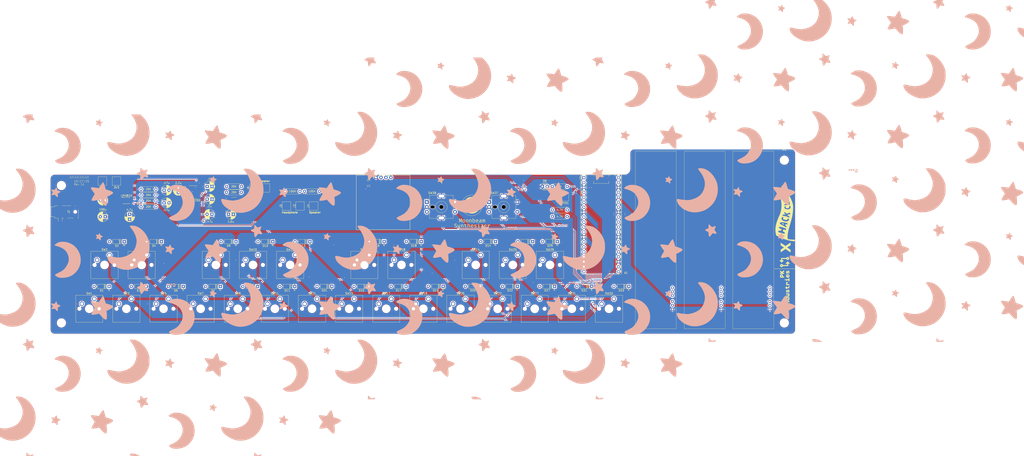
<source format=kicad_pcb>
(kicad_pcb (version 20241229) (generator "pcbnew") (generator_version "9.0")
  (layers (0 "F.Cu" signal) (2 "B.Cu" signal) (13 "F.Paste" user) (15 "B.Paste" user) (5 "F.SilkS" user "F.Silkscreen") (7 "B.SilkS" user "B.Silkscreen") (1 "F.Mask" user) (3 "B.Mask" user) (25 "Edge.Cuts" user))
  (net 0 "")
  (net 1 "Row4")
  (net 2 "RBut1")
  (net 3 "GND")
  (net 4 "Col2")
  (net 5 "Net-(A1-GPIO1)")
  (net 6 "Net-(A1-GPIO0)")
  (net 7 "1B")
  (net 8 "LRCK")
  (net 9 "Pot1")
  (net 10 "Row1")
  (net 11 "SCL")
  (net 12 "BCLK")
  (net 14 "DIN")
  (net 16 "1A")
  (net 17 "Col4")
  (net 18 "Row0")
  (net 19 "Row2")
  (net 20 "2A")
  (net 22 "Col1")
  (net 23 "+3V3")
  (net 24 "RBut2")
  (net 25 "Col3")
  (net 26 "Col0")
  (net 27 "2B")
  (net 29 "SDA")
  (net 30 "Pot2")
  (net 32 "Row3")
  (net 33 "Pot0")
  (net 34 "Net-(U3-VOUT1)")
  (net 35 "Net-(C1-Pad2)")
  (net 36 "Net-(U3-VOUT2)")
  (net 37 "Net-(C2-Pad2)")
  (net 38 "Net-(U3-BYPASS)")
  (net 39 "Net-(C4-Pad1)")
  (net 40 "Net-(U2-OUTL)")
  (net 41 "Net-(U2-OUTR)")
  (net 42 "Net-(C5-Pad1)")
  (net 43 "Net-(U4-+IN)")
  (net 44 "Net-(C7-Pad1)")
  (net 45 "Net-(U2-CAPP)")
  (net 46 "Net-(U2-CAPM)")
  (net 47 "Net-(U2-LDOO)")
  (net 48 "Net-(U2-VNEG)")
  (net 49 "Net-(D1-A)")
  (net 50 "Net-(D2-A)")
  (net 51 "Net-(D3-A)")
  (net 52 "Net-(D4-A)")
  (net 53 "Net-(D5-A)")
  (net 54 "Net-(D6-A)")
  (net 55 "Net-(D7-A)")
  (net 56 "Net-(D8-A)")
  (net 57 "Net-(D9-A)")
  (net 58 "Net-(D10-A)")
  (net 59 "Net-(D11-A)")
  (net 60 "Net-(D13-A)")
  (net 61 "Net-(D14-A)")
  (net 62 "Net-(D15-A)")
  (net 63 "Net-(D16-A)")
  (net 64 "Net-(D17-A)")
  (net 65 "Net-(D18-A)")
  (net 66 "Net-(D19-A)")
  (net 67 "Net-(D20-A)")
  (net 68 "Net-(D21-A)")
  (net 69 "Net-(D22-A)")
  (net 70 "Net-(D25-A)")
  (net 71 "Net-(D27-A)")
  (net 72 "Net-(D29-A)")
  (net 73 "Net-(D31-A)")
  (net 74 "Net-(D33-A)")
  (net 78 "Net-(J4-Pin_1)")
  (net 79 "Net-(J5-Pin_1)")
  (net 80 "Net-(J6-Pin_1)")
  (net 81 "Net-(J7-Pin_1)")
  (net 82 "Net-(U3-VIN1)")
  (net 83 "Net-(U3-VIN2)")
  (net 84 "Net-(U4--IN)")
  (footprint "Diode_THT:D_DO-35_SOD27_P7.62mm_Horizontal" (layer "F.Cu") (at 397.47 73.3 180)
    (property "Reference" "D1")
    (property "Value" "D")
  )
  (footprint "LOGO" (layer "F.Cu") (at 744.4 35.8 90)
    (property "Reference" "G***" (hide yes))
    (property "Value" "LOGO" (hide yes))
  )
  (footprint "Diode_THT:D_DO-35_SOD27_P7.62mm_Horizontal" (layer "F.Cu") (at 587.97 73.24 180)
    (property "Reference" "D20")
    (property "Value" "D")
  )
  (footprint "TestPoint:TestPoint_Pad_4.0x4.0mm" (layer "F.Cu") (at 401.25 19.25 90)
    (property "Reference" "3V3")
    (property "Value" "Conn_01x01_Pin")
  )
  (footprint "Button_Switch_Keyboard:SW_Cherry_MX_1.00u_PCB" (layer "F.Cu") (at 485.1 79.66)
    (property "Reference" "SW11")
    (property "Value" "SW_Omron_B3FS")
  )
  (footprint "Diode_THT:D_DO-35_SOD27_P7.62mm_Horizontal" (layer "F.Cu") (at 595.78 50.25 180)
    (property "Reference" "D14")
    (property "Value" "D")
  )
  (footprint "Button_Switch_Keyboard:SW_Cherry_MX_1.00u_PCB" (layer "F.Cu") (at 466.05 79.66)
    (property "Reference" "SW8")
    (property "Value" "SW_Omron_B3FS")
  )
  (footprint "Capacitor_THT:CP_Radial_D5.0mm_P2.50mm" (layer "F.Cu") (at 425.69 23.9)
    (property "Reference" ".47u")
    (property "Value" ".47u")
  )
  (footprint "TestPoint:TestPoint_Pad_4.0x4.0mm" (layer "F.Cu") (at 394 19.25 90)
    (property "Reference" "GND")
    (property "Value" "Conn_01x01_Pin")
  )
  (footprint "Resistor_THT:R_Axial_DIN0207_L6.3mm_D2.5mm_P7.62mm_Horizontal" (layer "F.Cu") (at 421.5 26.4 180)
    (property "Reference" "20K")
    (property "Value" "20k")
  )
  (footprint "LOGO" (layer "F.Cu") (at 744.3 71.1 90)
    (property "Reference" "G***" (hide yes))
    (property "Value" "LOGO" (hide yes))
  )
  (footprint "Diode_THT:D_DO-35_SOD27_P7.62mm_Horizontal" (layer "F.Cu") (at 664.17 73.24 180)
    (property "Reference" "D33")
    (property "Value" "D")
  )
  (footprint "Resistor_THT:R_Axial_DIN0207_L6.3mm_D2.5mm_P7.62mm_Horizontal" (layer "F.Cu") (at 421.5 29.4 180)
    (property "Reference" "20K")
    (property "Value" "20k")
  )
  (footprint "Diode_THT:D_DO-35_SOD27_P7.62mm_Horizontal" (layer "F.Cu") (at 568.92 73.24 180)
    (property "Reference" "D19")
    (property "Value" "D")
  )
  (footprint "Button_Switch_Keyboard:SW_Cherry_MX_1.00u_PCB" (layer "F.Cu") (at 408.9 79.66)
    (property "Reference" "SW3")
    (property "Value" "SW_Omron_B3FS")
  )
  (footprint "Diode_THT:D_DO-35_SOD27_P7.62mm_Horizontal" (layer "F.Cu") (at 627.53 50.25 180)
    (property "Reference" "D29")
    (property "Value" "D")
  )
  (footprint "Diode_THT:D_DO-35_SOD27_P7.62mm_Horizontal" (layer "F.Cu") (at 557.68 50.25 180)
    (property "Reference" "D18")
    (property "Value" "D")
  )
  (footprint "Package_SO:TSSOP-8_3x3mm_P0.65mm" (layer "F.Cu") (at 406.35 29.225)
    (property "Reference" "LM4810")
    (property "Value" "LM4810")
  )
  (footprint "Resistor_THT:R_Axial_DIN0207_L6.3mm_D2.5mm_P7.62mm_Horizontal" (layer "F.Cu") (at 624.98 37.4)
    (property "Reference" "4.7K")
    (property "Value" "4.7k")
  )
  (footprint "Button_Switch_Keyboard:SW_Cherry_MX_1.00u_PCB" (layer "F.Cu") (at 599.4 79.66)
    (property "Reference" "SW22")
    (property "Value" "SW_Omron_B3FS")
  )
  (footprint "Resistor_THT:R_Axial_DIN0207_L6.3mm_D2.5mm_P7.62mm_Horizontal" (layer "F.Cu") (at 413.89 32.4)
    (property "Reference" "20K")
    (property "Value" "20k")
  )
  (footprint "TestPoint:TestPoint_Pad_4.0x4.0mm" (layer "F.Cu") (at 495.5 32 90)
    (property "Reference" "J3")
    (property "Value" "Conn_01x01_Pin")
  )
  (footprint "Diode_THT:D_DO-35_SOD27_P7.62mm_Horizontal" (layer "F.Cu") (at 645.12 73.24 180)
    (property "Reference" "D31")
    (property "Value" "D")
  )
  (footprint "LED_THT:LED_D3.0mm" (layer "F.Cu") (at 619.81 22)
    (property "Reference" "D6")
    (property "Value" "LED")
  )
  (footprint "Resistor_THT:R_Axial_DIN0207_L6.3mm_D2.5mm_P7.62mm_Horizontal" (layer "F.Cu") (at 465.37 22 180)
    (property "Reference" "20K")
    (property "Value" "20k")
  )
  (footprint "My Footprint Library:Slide Pot" (layer "F.Cu") (at 717.6 4)
    (property "Reference" "RV3" (hide yes))
    (property "Value" "R_Potentiometer")
  )
  (footprint "My Footprint Library:SOIC127P600X175-8N" (layer "F.Cu") (at 461.56 30)
    (property "Reference" "LM4861")
    (property "Value" "LM4861")
  )
  (footprint "Diode_THT:D_DO-35_SOD27_P7.62mm_Horizontal" (layer "F.Cu") (at 454.62 73.3 180)
    (property "Reference" "D7")
    (property "Value" "D")
  )
  (footprint "Package_SO:TSSOP-20_4.4x6.5mm_P0.65mm" (layer "F.Cu") (at 440.6375 24.925)
    (property "Reference" "PCM5100")
    (property "Value" "PCM5100")
  )
  (footprint "Diode_THT:D_DO-35_SOD27_P7.62mm_Horizontal" (layer "F.Cu") (at 530.82 73.3 180)
    (property "Reference" "D15")
    (property "Value" "D")
  )
  (footprint "Capacitor_THT:CP_Radial_D5.0mm_P2.50mm" (layer "F.Cu") (at 447.794888 22)
    (property "Reference" ".1u")
    (property "Value" ".1")
  )
  (footprint "Button_Switch_Keyboard:SW_Cherry_MX_1.00u_PCB" (layer "F.Cu") (at 454.81 57.17)
    (property "Reference" "SW9")
    (property "Value" "SW_Omron_B3FS")
  )
  (footprint "Capacitor_THT:CP_Radial_D5.0mm_P2.50mm" (layer "F.Cu") (at 433 22.694888 -90)
    (property "Reference" "2.2u")
    (property "Value" "2.2u")
  )
  (footprint "Resistor_THT:R_Axial_DIN0207_L6.3mm_D2.5mm_P7.62mm_Horizontal" (layer "F.Cu") (at 457.75 25)
    (property "Reference" "20K")
    (property "Value" "20k")
  )
  (footprint "Capacitor_THT:CP_Radial_D5.0mm_P2.50mm" (layer "F.Cu") (at 458.75 36.25)
    (property "Reference" "1.0u")
    (property "Value" "1.0u")
  )
  (footprint "Button_Switch_Keyboard:SW_Cherry_MX_1.00u_PCB" (layer "F.Cu") (at 607.21 57.17)
    (property "Reference" "SW25")
    (property "Value" "SW_Omron_B3FS")
  )
  (footprint "Button_Switch_Keyboard:SW_Cherry_MX_1.00u_PCB" (layer "F.Cu") (at 427.95 79.66)
    (property "Reference" "SW5")
    (property "Value" "SW_Omron_B3FS")
  )
  (footprint "Button_Switch_Keyboard:SW_Cherry_MX_1.00u_PCB" (layer "F.Cu") (at 389.85 79.66)
    (property "Reference" "SW1")
    (property "Value" "SW_Omron_B3FS")
  )
  (footprint "Button_Switch_Keyboard:SW_Cherry_MX_1.00u_PCB" (layer "F.Cu") (at 656.55 79.66)
    (property "Reference" "SW33")
    (property "Value" "SW_Omron_B3FS")
  )
  (footprint "Capacitor_THT:CP_Radial_D5.0mm_P2.50mm" (layer "F.Cu") (at 425.69 30.4)
    (property "Reference" ".47u")
    (property "Value" ".47u")
  )
  (footprint "Diode_THT:D_DO-35_SOD27_P7.62mm_Horizontal" (layer "F.Cu") (at 435.57 73.3 180)
    (property "Reference" "D5")
    (property "Value" "D")
  )
  (footprint "Resistor_THT:R_Axial_DIN0207_L6.3mm_D2.5mm_P7.62mm_Horizontal" (layer "F.Cu") (at 497.79 24.5)
    (property "Reference" "100K")
    (property "Value" "100k")
  )
  (footprint "Button_Switch_Keyboard:SW_Cherry_MX_1.00u_PCB" (layer "F.Cu") (at 550.06 57.17)
    (property "Reference" "SW18")
    (property "Value" "SW_Omron_B3FS")
  )
  (footprint "Resistor_THT:R_Axial_DIN0207_L6.3mm_D2.5mm_P7.62mm_Horizontal" (layer "F.Cu") (at 632.62 22 180)
    (property "Reference" "1K")
    (property "Value" "1k")
  )
  (footprint "TestPoint:TestPoint_Pad_4.0x4.0mm" (layer "F.Cu") (at 502.5 32 90)
    (property "Reference" "J4")
    (property "Value" "Conn_01x01_Pin")
  )
  (footprint "Resistor_THT:R_Axial_DIN0207_L6.3mm_D2.5mm_P7.62mm_Horizontal" (layer "F.Cu") (at 624.98 34)
    (property "Reference" "4.7K")
    (property "Value" "4.7k")
  )
  (footprint "Button_Switch_Keyboard:SW_Cherry_MX_1.00u_PCB" (layer "F.Cu") (at 473.86 57.17)
    (property "Reference" "SW10")
    (property "Value" "SW_Omron_B3FS")
  )
  (footprint "Rotary_Encoder:RotaryEncoder_Alps_EC11E-Switch_Vertical_H20mm_MountingHoles" (layer "F.Cu") (at 560.5 30)
    (property "Reference" "SW38")
    (property "Value" "RotaryEncoder_Switch_MP")
  )
  (footprint "Diode_THT:D_DO-35_SOD27_P7.62mm_Horizontal" (layer "F.Cu") (at 614.83 50.25 180)
    (property "Reference" "D25")
    (property "Value" "D")
  )
  (footprint "Button_Switch_Keyboard:SW_Cherry_MX_1.00u_PCB" (layer "F.Cu") (at 504.16 79.66)
    (property "Reference" "SW21")
    (property "Value" "SW_Omron_B3FS")
  )
  (footprint "Module:RaspberryPi_Pico_Common_THT" (layer "F.Cu") (at 641.11 17.42)
    (property "Reference" "A1")
    (property "Value" "RaspberryPi_Pico")
  )
  (footprint "MountingHole:MountingHole_4.3mm_M4" (layer "F.Cu") (at 744 8.5)
    (property "Reference" "H4")
    (property "Value" "MountingHole")
  )
  (footprint "My Footprint Library:0.96 OLED I2C" (layer "F.Cu") (at 524.3 16.1)
    (property "Reference" "U1")
    (property "Value" "~")
  )
  (footprint "Button_Switch_Keyboard:SW_Cherry_MX_1.00u_PCB" (layer "F.Cu") (at 523.2 79.66)
    (property "Reference" "SW15")
    (property "Value" "SW_Omron_B3FS")
  )
  (footprint "Diode_THT:D_DO-35_SOD27_P7.62mm_Horizontal" (layer "F.Cu") (at 500.53 50.31 180)
    (property "Reference" "D13")
    (property "Value" "D")
  )
  (footprint "Rotary_Encoder:RotaryEncoder_Alps_EC11E-Switch_Vertical_H20mm_MountingHoles" (layer "F.Cu") (at 592.5 30)
    (property "Reference" "SW37")
    (property "Value" "RotaryEncoder_Switch_MP")
  )
  (footprint "Button_Switch_Keyboard:SW_Cherry_MX_1.00u_PCB" (layer "F.Cu") (at 637.5 79.66)
    (property "Reference" "SW31")
    (property "Value" "SW_Omron_B3FS")
  )
  (footprint "Diode_THT:D_DO-35_SOD27_P7.62mm_Horizontal" (layer "F.Cu") (at 538.63 50.25 180)
    (property "Reference" "D16")
    (property "Value" "D")
  )
  (footprint "Button_Switch_Keyboard:SW_Cherry_MX_1.00u_PCB" (layer "F.Cu") (at 416.71 57.17)
    (property "Reference" "SW4")
    (property "Value" "SW_Omron_B3FS")
  )
  (footprint "Diode_THT:D_DO-35_SOD27_P7.62mm_Horizontal" (layer "F.Cu") (at 492.72 73.3 180)
    (property "Reference" "D11")
    (property "Value" "D")
  )
  (footprint "TestPoint:TestPoint_Pad_4.0x4.0mm" (layer "F.Cu") (at 488.5 32 90)
    (property "Reference" "J5")
    (property "Value" "Conn_01x01_Pin")
  )
  (footprint "TestPoint:TestPoint_Pad_4.0x4.0mm" (layer "F.Cu") (at 471.75 22.75 90)
    (property "Reference" "J6")
    (property "Value" "Conn_01x01_Pin")
  )
  (footprint "Button_Switch_Keyboard:SW_Cherry_MX_1.00u_PCB" (layer "F.Cu") (at 561.3 79.66)
    (property "Reference" "SW19")
    (property "Value" "SW_Omron_B3FS")
  )
  (footprint "Diode_THT:D_DO-35_SOD27_P7.62mm_Horizontal" (layer "F.Cu") (at 626.07 73.24 180)
    (property "Reference" "D27")
    (property "Value" "D")
  )
  (footprint "My Footprint Library:Slide Pot" (layer "F.Cu") (at 692.6 4)
    (property "Reference" "RV2" (hide yes))
    (property "Value" "R_Potentiometer")
  )
  (footprint "MountingHole:MountingHole_4.3mm_M4" (layer "F.Cu") (at 373 92)
    (property "Reference" "H2" (hide yes))
    (property "Value" "MountingHole")
  )
  (footprint "Button_Switch_Keyboard:SW_Cherry_MX_1.00u_PCB" (layer "F.Cu") (at 397.66 57.17)
    (property "Reference" "SW2")
    (property "Value" "SW_Omron_B3FS")
  )
  (footprint "Diode_THT:D_DO-35_SOD27_P7.62mm_Horizontal" (layer "F.Cu") (at 511.78 73.24 180)
    (property "Reference" "D21")
    (property "Value" "D")
  )
  (footprint "TestPoint:TestPoint_Pad_4.0x4.0mm" (layer "F.Cu") (at 631.175 27.25 90)
    (property "Reference" "GPIO1")
    (property "Value" "Conn_01x01_Pin")
  )
  (footprint "Capacitor_THT:CP_Radial_D5.0mm_P2.50mm" (layer "F.Cu") (at 450.25 36.25 180)
    (property "Reference" ".47u")
    (property "Value" ".47u")
  )
  (footprint "Capacitor_THT:CP_Radial_D5.0mm_P2.50mm" (layer "F.Cu") (at 447.794888 28.5)
    (property "Reference" ".1u")
    (property "Value" ".1")
  )
  (footprint "Diode_THT:D_DO-35_SOD27_P7.62mm_Horizontal" (layer "F.Cu") (at 405.28 50.31 180)
    (property "Reference" "D2")
    (property "Value" "D")
  )
  (footprint "Resistor_THT:R_Axial_DIN0207_L6.3mm_D2.5mm_P7.62mm_Horizontal" (layer "F.Cu") (at 413.88 23.4)
    (property "Reference" "20K")
    (property "Value" "20k")
  )
  (footprint "Connector_Audio:Jack_3.5mm_PJ31060-I_Horizontal" (layer "F.Cu") (at 376.75 35 90)
    (property "Reference" "J2")
    (property "Value" "AudioJack4_SwitchTR1")
  )
  (footprint "LOGO" (layer "F.Cu") (at 583.75 35)
    (property "Reference" "G***" (hide yes))
    (property "Value" "LOGO" (hide yes))
  )
  (footprint "Button_Switch_Keyboard:SW_Cherry_MX_1.00u_PCB" (layer "F.Cu") (at 618.45 79.66)
    (property "Reference" "SW27")
    (property "Value" "SW_Omron_B3FS")
  )
  (footprint "Button_Switch_Keyboard:SW_Cherry_MX_1.00u_PCB" (layer "F.Cu") (at 588.16 57.17)
    (property "Reference" "SW14")
    (property "Value" "SW_Omron_B3FS")
  )
  (footprint "TestPoint:TestPoint_Pad_4.0x4.0mm" (layer "F.Cu") (at 477.8 22.75 90)
    (property "Reference" "J7")
    (property "Value" "Conn_01x01_Pin")
  )
  (footprint "Button_Switch_Keyboard:SW_Cherry_MX_1.00u_PCB" (layer "F.Cu") (at 492.91 57.17)
    (property "Reference" "SW13")
    (property "Value" "SW_Omron_B3FS")
  )
  (footprint "Diode_THT:D_DO-35_SOD27_P7.62mm_Horizontal" (layer "F.Cu") (at 607.02 73.24 180)
    (property "Reference" "D22")
    (property "Value" "D")
  )
  (footprint "Button_Switch_Keyboard:SW_Cherry_MX_1.00u_PCB" (layer "F.Cu") (at 447 79.66)
    (property "Reference" "SW7")
    (property "Value" "SW_Omron_B3FS")
  )
  (footprint "Diode_THT:D_DO-35_SOD27_P7.62mm_Horizontal" (layer "F.Cu") (at 424.33 50.31 180)
    (property "Reference" "D4")
    (property "Value" "D")
  )
  (footprint "Diode_THT:D_DO-35_SOD27_P7.62mm_Horizontal" (layer "F.Cu") (at 416.52 73.3 180)
    (property "Reference" "D3")
    (property "Value" "D")
  )
  (footprint "Capacitor_THT:CP_Radial_D5.0mm_P2.50mm" (layer "F.Cu") (at 395.5 29 180)
    (property "Reference" "100u")
    (property "Value" "100u")
  )
  (footprint "Diode_THT:D_DO-35_SOD27_P7.62mm_Horizontal" (layer "F.Cu") (at 473.67 73.3 180)
    (property "Reference" "D8")
    (property "Value" "D")
  )
  (footprint "MountingHole:MountingHole_4.3mm_M4" (layer "F.Cu") (at 744 92)
    (property "Reference" "H3" (hide yes))
    (property "Value" "MountingHole")
  )
  (footprint "Capacitor_THT:CP_Radial_D5.0mm_P2.50mm" (layer "F.Cu") (at 395.5 37.5 180)
    (property "Reference" "100u")
    (property "Value" "100u")
  )
  (footprint "My Footprint Library:Slide Pot" (layer "F.Cu") (at 667.6 4)
    (property "Reference" "RV1" (hide yes))
    (property "Value" "R_Potentiometer")
  )
  (footprint "Capacitor_THT:CP_Radial_D5.0mm_P2.50mm" (layer "F.Cu") (at 408 36.294888 -90)
    (property "Reference" "4.7u")
    (property "Value" "4.7u")
  )
  (footprint "MountingHole:MountingHole_4.3mm_M4" (layer "F.Cu") (at 373 21.5)
    (property "Reference" "H1" (hide yes))
    (property "Value" "MountingHole")
  )
  (footprint "Diode_THT:D_DO-35_SOD27_P7.62mm_Horizontal" (layer "F.Cu") (at 462.61 50.31 180)
    (property "Reference" "D9")
    (property "Value" "D")
  )
  (footprint "Diode_THT:D_DO-35_SOD27_P7.62mm_Horizontal" (layer "F.Cu") (at 481.48 50.31 180)
    (property "Reference" "D10")
    (property "Value" "D")
  )
  (footprint "Resistor_THT:R_Axial_DIN0207_L6.3mm_D2.5mm_P7.62mm_Horizontal" (layer "F.Cu") (at 487.79 24.5)
    (property "Reference" "100K")
    (property "Value" "100k")
  )
  (footprint "Button_Switch_Keyboard:SW_Cherry_MX_1.00u_PCB" (layer "F.Cu") (at 542.25 79.66)
    (property "Reference" "SW17")
    (property "Value" "SW_Omron_B3FS")
  )
  (footprint "Diode_THT:D_DO-35_SOD27_P7.62mm_Horizontal" (layer "F.Cu") (at 549.87 73.24 180)
    (property "Reference" "D17")
    (property "Value" "D")
  )
  (footprint "Button_Switch_Keyboard:SW_Cherry_MX_1.00u_PCB" (layer "F.Cu") (at 531.01 57.17)
    (property "Reference" "SW16")
    (property "Value" "SW_Omron_B3FS")
  )
  (footprint "Button_Switch_Keyboard:SW_Cherry_MX_1.00u_PCB" (layer "F.Cu") (at 580.35 79.66)
    (property "Reference" "SW20")
    (property "Value" "SW_Omron_B3FS")
  )
  (footprint "Button_Switch_Keyboard:SW_Cherry_MX_1.00u_PCB" (layer "F.Cu") (at 626.26 57.17)
    (property "Reference" "SW29")
    (property "Value" "SW_Omron_B3FS")
  )
  (footprint "LOGO" (layer "B.Cu") (at 429.2 72.7 180)
    (property "Reference" "G***")
    (property "Value" "LOGO" (hide yes))
  )
  (footprint "LOGO" (layer "B.Cu") (at 779.3 14 180)
    (property "Reference" "G***")
    (property "Value" "LOGO" (hide yes))
  )
  (footprint "LOGO" (layer "B.Cu") (at 604.5 43.5 180)
    (property "Reference" "G***")
    (property "Value" "LOGO" (hide yes))
  )
  (gr_arc (start 367 18) (mid 367.732233 16.232233) (end 369.5 15.5) (stroke (width 0.05)) (layer "Edge.Cuts"))
  (gr_arc (start 664.5 5) (mid 665.232233 3.232233) (end 667 2.5) (stroke (width 0.05)) (layer "Edge.Cuts"))
  (gr_arc (start 369.5 98) (mid 367.732233 97.267767) (end 367 95.5) (stroke (width 0.05)) (layer "Edge.Cuts"))
  (gr_line (start 664.5 5) (end 664.5 13) (stroke (width 0.05)) (layer "Edge.Cuts"))
  (gr_arc (start 750 95.5) (mid 749.267767 97.267767) (end 747.5 98) (stroke (width 0.05)) (layer "Edge.Cuts"))
  (gr_line (start 750 95.5) (end 750 5) (stroke (width 0.05)) (layer "Edge.Cuts"))
  (gr_line (start 747.5 2.5) (end 667 2.5) (stroke (width 0.05)) (layer "Edge.Cuts"))
  (gr_line (start 367 18) (end 367 95.5) (stroke (width 0.05)) (layer "Edge.Cuts"))
  (gr_arc (start 747.5 2.5) (mid 749.267767 3.232233) (end 750 5) (stroke (width 0.05)) (layer "Edge.Cuts"))
  (gr_line (start 662 15.5) (end 369.5 15.5) (stroke (width 0.05)) (layer "Edge.Cuts"))
  (gr_arc (start 664.5 13) (mid 663.767767 14.767767) (end 662 15.5) (stroke (width 0.05)) (layer "Edge.Cuts"))
  (gr_line (start 747.5 98) (end 369.5 98) (stroke (width 0.05)) (layer "Edge.Cuts"))
  (gr_text "Headphone\n" (at 486 35.9 0) (layer "F.SilkS") (effects (font (size 1 1) (thickness 0.2) (bold yes)) (justify left bottom)))
  (gr_text "X" (at 748.067267 56 90) (layer "F.SilkS") (effects (font (size 5 5) (thickness 1) (bold yes)) (justify left bottom)))
  (gr_text "Speaker\n" (at 473.95 19.8 0) (layer "F.SilkS") (effects (font (size 1 1) (thickness 0.2) (bold yes)) (justify left bottom)))
  (gr_text "JLCJLCJLCJLC\n" (at 376.9 17.8 0) (layer "F.SilkS") (effects (font (size 1 1) (thickness 0.1)) (justify left bottom)))
  (gr_text "10/27/25\nRev 1A\n" (at 379.4 21.5 0) (layer "F.SilkS") (effects (font (size 1 1) (thickness 0.1)) (justify left bottom)))
  (gr_text "Speaker\n" (at 500 35.9 0) (layer "F.SilkS") (effects (font (size 1 1) (thickness 0.2) (bold yes)) (justify left bottom)))
  (segment (start 656.55 79.66) (end 656.55 87.45) (width 0.2) (layer "F.Cu") (net 1))
  (segment (start 656.55 87.45) (end 654.5 89.5) (width 0.2) (layer "F.Cu") (net 1))
  (segment (start 646.6 70) (end 646.6 76.6) (width 0.2) (layer "F.Cu") (net 1))
  (segment (start 646.6 76.6) (end 643.9 79.3) (width 0.2) (layer "F.Cu") (net 1))
  (segment (start 654.5 89.5) (end 650.1 89.5) (width 0.2) (layer "F.Cu") (net 1))
  (segment (start 643.9 79.3) (end 643.54 79.66) (width 0.2) (layer "F.Cu") (net 1))
  (segment (start 643.9 83.3) (end 643.9 79.3) (width 0.2) (layer "F.Cu") (net 1))
  (segment (start 650.1 89.5) (end 643.9 83.3) (width 0.2) (layer "F.Cu") (net 1))
  (segment (start 643.54 79.66) (end 637.5 79.66) (width 0.2) (layer "F.Cu") (net 1))
  (via (at 646.6 70) (size 0.6) (drill 0.3) (layers "F.Cu" "B.Cu") (net 1))
  (segment (start 626.26 68.42) (end 626.26 57.17) (width 0.2) (layer "B.Cu") (net 1))
  (segment (start 641.11 42.82) (end 646.6 48.31) (width 0.2) (layer "B.Cu") (net 1))
  (segment (start 646.6 48.31) (end 646.6 70) (width 0.2) (layer "B.Cu") (net 1))
  (segment (start 607.21 68.42) (end 607.21 57.17) (width 0.2) (layer "B.Cu") (net 1))
  (segment (start 618.45 79.66) (end 637.5 79.66) (width 0.2) (layer "B.Cu") (net 1))
  (segment (start 637.5 79.66) (end 626.26 68.42) (width 0.2) (layer "B.Cu") (net 1))
  (segment (start 637.5 79.66) (end 656.55 79.66) (width 0.2) (layer "B.Cu") (net 1))
  (segment (start 618.45 79.66) (end 607.21 68.42) (width 0.2) (layer "B.Cu") (net 1))
  (segment (start 637.9471 65.68) (end 641.11 65.68) (width 0.2) (layer "F.Cu") (net 2))
  (segment (start 636.151 63.8839) (end 637.9471 65.68) (width 0.2) (layer "F.Cu") (net 2))
  (segment (start 632.7671 42) (end 636.151 45.3839) (width 0.2) (layer "F.Cu") (net 2))
  (segment (start 632 42) (end 632.7671 42) (width 0.2) (layer "F.Cu") (net 2))
  (segment (start 636.151 45.3839) (end 636.151 63.8839) (width 0.2) (layer "F.Cu") (net 2))
  (via (at 632 42) (size 0.6) (drill 0.3) (layers "F.Cu" "B.Cu") (net 2))
  (segment (start 607 35) (end 613.25 41.25) (width 0.2) (layer "B.Cu") (net 2))
  (segment (start 613.25 41.25) (end 629 41.25) (width 0.2) (layer "B.Cu") (net 2))
  (segment (start 629 41.25) (end 629.75 42) (width 0.2) (layer "B.Cu") (net 2))
  (segment (start 629.75 42) (end 632 42) (width 0.2) (layer "B.Cu") (net 2))
  (segment (start 436.8 27.2) (end 436.1 27.9) (width 0.2) (layer "F.Cu") (net 3))
  (segment (start 443.5 24.6) (end 444.8329 24.6) (width 0.2) (layer "F.Cu") (net 3))
  (segment (start 437.775 27.2) (end 436.8 27.2) (width 0.2) (layer "F.Cu") (net 3))
  (segment (start 444.8 28) (end 444.8 28.6) (width 0.2) (layer "F.Cu") (net 3))
  (segment (start 437.775 27.2) (end 437.775 27.85) (width 0.2) (layer "F.Cu") (net 3))
  (segment (start 439.1 27.2) (end 439.5 27.6) (width 0.2) (layer "F.Cu") (net 3))
  (segment (start 444.8 28.6) (end 444.5 28.9) (width 0.2) (layer "F.Cu") (net 3))
  (segment (start 437.775 23.3) (end 436.4 23.3) (width 0.2) (layer "F.Cu") (net 3))
  (segment (start 438.7 23.3) (end 437.775 23.3) (width 0.2) (layer "F.Cu") (net 3))
  (segment (start 437.775 27.2) (end 439.1 27.2) (width 0.2) (layer "F.Cu") (net 3))
  (segment (start 436.4 23.3) (end 436.1 23.6) (width 0.2) (layer "F.Cu") (net 3))
  (segment (start 441.95 22.65) (end 443.5 22.65) (width 0.2) (layer "F.Cu") (net 3))
  (segment (start 440.1 24.7) (end 438.7 23.3) (width 0.2) (layer "F.Cu") (net 3))
  (segment (start 441.8 22.5) (end 441.95 22.65) (width 0.2) (layer "F.Cu") (net 3))
  (segment (start 443.5 22.65) (end 444.85 22.65) (width 0.2) (layer "F.Cu") (net 3))
  (segment (start 444.65 27.85) (end 444.8 28) (width 0.2) (layer "F.Cu") (net 3))
  (segment (start 443.4 24.7) (end 443.5 24.6) (width 0.2) (layer "F.Cu") (net 3))
  (segment (start 443.5 27.85) (end 444.65 27.85) (width 0.2) (layer "F.Cu") (net 3))
  (segment (start 444.8329 24.6) (end 445.5329 23.9) (width 0.2) (layer "F.Cu") (net 3))
  (segment (start 440.1 24.7) (end 443.4 24.7) (width 0.2) (layer "F.Cu") (net 3))
  (segment (start 444.85 22.65) (end 445.5 22) (width 0.2) (layer "F.Cu") (net 3))
  (segment (start 445.5329 23.9) (end 446 23.9) (width 0.2) (layer "F.Cu") (net 3))
  (via (at 440.1 24.7) (size 0.6) (drill 0.3) (layers "F.Cu" "B.Cu") (net 3))
  (via (at 529.1 23.3) (size 0.6) (drill 0.3) (layers "F.Cu" "B.Cu") (net 3))
  (via (at 512.91 52.01) (size 0.6) (drill 0.3) (layers "F.Cu" "B.Cu") (net 3))
  (via (at 436.1 27.9) (size 0.6) (drill 0.3) (layers "F.Cu" "B.Cu") (net 3))
  (via (at 411.8 28.8) (size 0.6) (drill 0.3) (layers "F.Cu" "B.Cu") (net 3))
  (via (at 439.5 27.6) (size 0.6) (drill 0.3) (layers "F.Cu" "B.Cu") (net 3))
  (via (at 412 23.5) (size 0.6) (drill 0.3) (layers "F.Cu" "B.Cu") (net 3))
  (via (at 638.95 23.5) (size 0.6) (drill 0.3) (layers "F.Cu" "B.Cu") (net 3))
  (via (at 586.5 88.25) (size 0.6) (drill 0.3) (layers "F.Cu" "B.Cu") (net 3))
  (via (at 563.25 66.5) (size 0.6) (drill 0.3) (layers "F.Cu" "B.Cu") (net 3))
  (via (at 548.4 21.5) (size 0.6) (drill 0.3) (layers "F.Cu" "B.Cu") (net 3))
  (via (at 574.91 59.76) (size 0.6) (drill 0.3) (layers "F.Cu" "B.Cu") (net 3))
  (via (at 454.6 70.6) (size 0.6) (drill 0.3) (layers "F.Cu" "B.Cu") (net 3))
  (via (at 444.5 28.9) (size 0.6) (drill 0.3) (layers "F.Cu" "B.Cu") (net 3))
  (via (at 425.75 61.5) (size 0.6) (drill 0.3) (layers "F.Cu" "B.Cu") (net 3))
  (via (at 417.25 82.25) (size 0.6) (drill 0.3) (layers "F.Cu" "B.Cu") (net 3))
  (via (at 441.8 22.5) (size 0.6) (drill 0.3) (layers "F.Cu" "B.Cu") (net 3))
  (via (at 462.7 29.2) (size 0.6) (drill 0.3) (layers "F.Cu" "B.Cu") (net 3))
  (via (at 500.1 68.3) (size 0.6) (drill 0.3) (layers "F.Cu" "B.Cu") (net 3))
  (via (at 610.2 18.8) (size 0.6) (drill 0.3) (layers "F.Cu" "B.Cu") (net 3))
  (via (at 637.3 25.45) (size 0.6) (drill 0.3) (layers "F.Cu" "B.Cu") (net 3))
  (via (at 446 23.9) (size 0.6) (drill 0.3) (layers "F.Cu" "B.Cu") (net 3))
  (via (at 462.41 59.76) (size 0.6) (drill 0.3) (layers "F.Cu" "B.Cu") (net 3))
  (via (at 543.66 52.01) (size 0.6) (drill 0.3) (layers "F.Cu" "B.Cu") (net 3))
  (via (at 443.7 20.2) (size 0.6) (drill 0.3) (layers "F.Cu" "B.Cu") (net 3))
  (via (at 608.25 82.25) (size 0.6) (drill 0.3) (layers "F.Cu" "B.Cu") (net 3))
  (via (at 656.55 35.75) (size 0.6) (drill 0.3) (layers "F.Cu" "B.Cu") (net 3))
  (via (at 662.25 35.75) (size 0.6) (drill 0.3) (layers "F.Cu" "B.Cu") (net 3))
  (via (at 445.5 22) (size 0.6) (drill 0.3) (layers "F.Cu" "B.Cu") (net 3))
  (via (at 412 26.5) (size 0.6) (drill 0.3) (layers "F.Cu" "B.Cu") (net 3))
  (via (at 588.75 82.25) (size 0.6) (drill 0.3) (layers "F.Cu" "B.Cu") (net 3))
  (via (at 550.5 82.25) (size 0.6) (drill 0.3) (layers "F.Cu" "B.Cu") (net 3))
  (via (at 563.16 52.01) (size 0.6) (drill 0.3) (layers "F.Cu" "B.Cu") (net 3))
  (via (at 436.1 23.6) (size 0.6) (drill 0.3) (layers "F.Cu" "B.Cu") (net 3))
  (via (at 643.95 22.55) (size 0.6) (drill 0.3) (layers "F.Cu" "B.Cu") (net 3))
  (via (at 608.1 21.3) (size 0.6) (drill 0.3) (layers "F.Cu" "B.Cu") (net 3))
  (via (at 588.75 71.25) (size 0.6) (drill 0.3) (layers "F.Cu" "B.Cu") (net 3))
  (via (at 662.25 36.5) (size 0.6) (drill 0.3) (layers "F.Cu" "B.Cu") (net 3))
  (via (at 615 71.25) (size 0.6) (drill 0.3) (layers "F.Cu" "B.Cu") (net 3))
  (via (at 656.55 36.5) (size 0.6) (drill 0.3) (layers "F.Cu" "B.Cu") (net 3))
  (via (at 645 22.55) (size 0.6) (drill 0.3) (layers "F.Cu" "B.Cu") (net 3))
  (via (at 474.5 82.25) (size 0.6) (drill 0.3) (layers "F.Cu" "B.Cu") (net 3))
  (via (at 548.5 87.5) (size 0.6) (drill 0.3) (layers "F.Cu" "B.Cu") (net 3))
  (via (at 654.25 65.3) (size 0.6) (drill 0.3) (layers "F.Cu" "B.Cu") (net 3))
  (via (at 638.5 64.5) (size 0.6) (drill 0.3) (layers "F.Cu" "B.Cu") (net 3))
  (via (at 518.25 68.75) (size 0.6) (drill 0.3) (layers "F.Cu" "B.Cu") (net 3))
  (segment (start 557.68 64.74) (end 557.68 50.25) (width 0.2) (layer "F.Cu") (net 4))
  (segment (start 643.307937 69.656) (end 644.199997 70.54806) (width 0.2) (layer "F.Cu") (net 4))
  (segment (start 644.199997 70.54806) (end 644.199997 70.598) (width 0.2) (layer "F.Cu") (net 4))
  (segment (start 557.66 64.76) (end 557.68 64.74) (width 0.2) (layer "F.Cu") (net 4))
  (segment (start 627.62 50.34) (end 633.344 56.064) (width 0.2) (layer "F.Cu") (net 4))
  (segment (start 420.8 73.3) (end 423.6 70.5) (width 0.2) (layer "F.Cu") (net 4))
  (segment (start 416.52 73.3) (end 420.8 73.3) (width 0.2) (layer "F.Cu") (net 4))
  (segment (start 633.344 56.064) (end 633.344 65.0466) (width 0.2) (layer "F.Cu") (net 4))
  (segment (start 633.344 65.0466) (end 637.9534 69.656) (width 0.2) (layer "F.Cu") (net 4))
  (segment (start 637.9534 69.656) (end 643.307937 69.656) (width 0.2) (layer "F.Cu") (net 4))
  (via (at 557.66 64.76) (size 0.6) (drill 0.3) (layers "F.Cu" "B.Cu") (net 4))
  (via (at 423.6 70.5) (size 0.6) (drill 0.3) (layers "F.Cu" "B.Cu") (net 4))
  (via (at 644.199997 70.598) (size 0.6) (drill 0.3) (layers "F.Cu" "B.Cu") (net 4))
  (segment (start 627.53 50.25) (end 627.53 47.53) (width 0.2) (layer "B.Cu") (net 4))
  (segment (start 460.5 45.1) (end 462.61 47.21) (width 0.2) (layer "B.Cu") (net 4))
  (segment (start 561.08 43.75) (end 557.68 47.15) (width 0.2) (layer "B.Cu") (net 4))
  (segment (start 462.61 47.19) (end 462.61 47.21) (width 0.2) (layer "B.Cu") (net 4))
  (segment (start 449 45.1) (end 460.5 45.1) (width 0.2) (layer "B.Cu") (net 4))
  (segment (start 644.199997 70.598) (end 644.2 70.597997) (width 0.2) (layer "B.Cu") (net 4))
  (segment (start 644.2 56.07) (end 641.11 52.98) (width 0.2) (layer "B.Cu") (net 4))
  (segment (start 423.6 70.5) (end 449 45.1) (width 0.2) (layer "B.Cu") (net 4))
  (segment (start 627.53 47.53) (end 623.75 43.75) (width 0.2) (layer "B.Cu") (net 4))
  (segment (start 460.5 45.1) (end 555.63 45.1) (width 0.2) (layer "B.Cu") (net 4))
  (segment (start 462.61 47.21) (end 462.61 50.31) (width 0.2) (layer "B.Cu") (net 4))
  (segment (start 555.63 45.1) (end 557.68 47.15) (width 0.2) (layer "B.Cu") (net 4))
  (segment (start 644.2 70.597997) (end 644.2 56.07) (width 0.2) (layer "B.Cu") (net 4))
  (segment (start 549.87 73.24) (end 549.87 72.55) (width 0.2) (layer "B.Cu") (net 4))
  (segment (start 557.68 47.15) (end 557.68 50.25) (width 0.2) (layer "B.Cu") (net 4))
  (segment (start 464.7 45.1) (end 462.61 47.19) (width 0.2) (layer "B.Cu") (net 4))
  (segment (start 623.75 43.75) (end 561.08 43.75) (width 0.2) (layer "B.Cu") (net 4))
  (segment (start 627.53 50.25) (end 628.2 49.58) (width 0.2) (layer "B.Cu") (net 4))
  (segment (start 549.87 72.55) (end 557.75 64.67) (width 0.2) (layer "B.Cu") (net 4))
  (segment (start 633.82 27.25) (end 631.175 27.25) (width 0.2) (layer "F.Cu") (net 5))
  (segment (start 641.11 19.96) (end 633.82 27.25) (width 0.2) (layer "F.Cu") (net 5))
  (segment (start 632.62 22) (end 636.53 22) (width 0.2) (layer "F.Cu") (net 6))
  (segment (start 636.53 22) (end 641.11 17.42) (width 0.2) (layer "F.Cu") (net 6))
  (segment (start 659.3661 67.401) (end 653.1832 67.401) (width 0.2) (layer "F.Cu") (net 7))
  (segment (start 652.5322 68.052) (end 638.6178 68.052) (width 0.2) (layer "F.Cu") (net 7))
  (segment (start 658.89 52.98) (end 662.2 56.29) (width 0.2) (layer "F.Cu") (net 7))
  (segment (start 638.6178 68.052) (end 634.948 64.3822) (width 0.2) (layer "F.Cu") (net 7))
  (segment (start 621.4678 43.602) (end 621.4658 43.6) (width 0.2) (layer "F.Cu") (net 7))
  (segment (start 632.6678 43.602) (end 621.4678 43.602) (width 0.2) (layer "F.Cu") (net 7))
  (segment (start 662.2 64.5671) (end 659.3661 67.401) (width 0.2) (layer "F.Cu") (net 7))
  (segment (start 653.1832 67.401) (end 652.5322 68.052) (width 0.2) (layer "F.Cu") (net 7))
  (segment (start 662.2 56.29) (end 662.2 64.5671) (width 0.2) (layer "F.Cu") (net 7))
  (segment (start 601.1 43.6) (end 592.5 35) (width 0.2) (layer "F.Cu") (net 7))
  (segment (start 621.4658 43.6) (end 601.1 43.6) (width 0.2) (layer "F.Cu") (net 7))
  (segment (start 634.948 45.8822) (end 632.6678 43.602) (width 0.2) (layer "F.Cu") (net 7))
  (segment (start 634.948 64.3822) (end 634.948 45.8822) (width 0.2) (layer "F.Cu") (net 7))
  (segment (start 448.6 40.9) (end 446.8 39.1) (width 0.2) (layer "F.Cu") (net 8))
  (segment (start 610.475735 22.324265) (end 610.45147 22.3) (width 0.2) (layer "F.Cu") (net 8))
  (segment (start 610.45147 22.3) (end 609.4 22.3) (width 0.2) (layer "F.Cu") (net 8))
  (segment (start 516.5329 40.9) (end 448.6 40.9) (width 0.2) (layer "F.Cu") (net 8))
  (segment (start 609.4 22.3) (end 609.101 22.599) (width 0.2) (layer "F.Cu") (net 8))
  (segment (start 445.2 24.8) (end 444.75 25.25) (width 0.2) (layer "F.Cu") (net 8))
  (segment (start 444.75 25.25) (end 443.5 25.25) (width 0.2) (layer "F.Cu") (net 8))
  (segment (start 609.101 22.599) (end 534.8339 22.599) (width 0.2) (layer "F.Cu") (net 8))
  (segment (start 534.8339 22.599) (end 516.5329 40.9) (width 0.2) (layer "F.Cu") (net 8))
  (segment (start 446.8 39.1) (end 446.8 38.7) (width 0.2) (layer "F.Cu") (net 8))
  (segment (start 447 24.8) (end 445.2 24.8) (width 0.2) (layer "F.Cu") (net 8))
  (via (at 610.475735 22.324265) (size 0.6) (drill 0.3) (layers "F.Cu" "B.Cu") (net 8))
  (via (at 447 24.8) (size 0.6) (drill 0.3) (layers "F.Cu" "B.Cu") (net 8))
  (via (at 446.8 38.7) (size 0.6) (drill 0.3) (layers "F.Cu" "B.Cu") (net 8))
  (segment (start 614.9681 17.199) (end 630.729 17.199) (width 0.2) (layer "B.Cu") (net 8))
  (segment (start 610.475735 21.691365) (end 614.9681 17.199) (width 0.2) (layer "B.Cu") (net 8))
  (segment (start 446 37.9) (end 446.8 38.7) (width 0.2) (layer "B.Cu") (net 8))
  (segment (start 446 26.6) (end 446 37.9) (width 0.2) (layer "B.Cu") (net 8))
  (segment (start 630.729 17.199) (end 641.11 27.58) (width 0.2) (layer "B.Cu") (net 8))
  (segment (start 447 24.8) (end 447 25.6) (width 0.2) (layer "B.Cu") (net 8))
  (segment (start 447 25.6) (end 446 26.6) (width 0.2) (layer "B.Cu") (net 8))
  (segment (start 610.475735 22.324265) (end 610.475735 21.691365) (width 0.2) (layer "B.Cu") (net 8))
  (segment (start 668.34 37.74) (end 658.89 37.74) (width 0.2) (layer "F.Cu") (net 9))
  (segment (start 711.6 81) (end 668.34 37.74) (width 0.2) (layer "F.Cu") (net 9))
  (segment (start 648.601 80.5661) (end 648.601 71.399) (width 0.2) (layer "F.Cu") (net 10))
  (segment (start 646.701 82.748943) (end 646.701 82.4661) (width 0.2) (layer "F.Cu") (net 10))
  (segment (start 646.7 83.3) (end 646.7 82.749943) (width 0.2) (layer "F.Cu") (net 10))
  (segment (start 649.000003 70.999997) (end 649.000003 70) (width 0.2) (layer "F.Cu") (net 10))
  (segment (start 646.701 82.4661) (end 648.601 80.5661) (width 0.2) (layer "F.Cu") (net 10))
  (segment (start 648.601 71.399) (end 649.000003 70.999997) (width 0.2) (layer "F.Cu") (net 10))
  (segment (start 646.7 82.749943) (end 646.701 82.748943) (width 0.2) (layer "F.Cu") (net 10))
  (via (at 649.000003 70) (size 0.6) (drill 0.3) (layers "F.Cu" "B.Cu") (net 10))
  (via (at 646.7 83.3) (size 0.6) (drill 0.3) (layers "F.Cu" "B.Cu") (net 10))
  (segment (start 641.11 32.66) (end 649.000003 40.550003) (width 0.2) (layer "B.Cu") (net 10))
  (segment (start 476.19 89.8) (end 495.2 89.8) (width 0.2) (layer "B.Cu") (net 10))
  (segment (start 495.2 89.8) (end 495.22 89.78) (width 0.2) (layer "B.Cu") (net 10))
  (segment (start 466.05 79.66) (end 454.81 68.42) (width 0.2) (layer "B.Cu") (net 10))
  (segment (start 649.000003 40.550003) (end 649.000003 70) (width 0.2) (layer "B.Cu") (net 10))
  (segment (start 495.242 89.802) (end 495.22 89.78) (width 0.2) (layer "B.Cu") (net 10))
  (segment (start 646.7 83.3) (end 645.802 84.198) (width 0.2) (layer "B.Cu") (net 10))
  (segment (start 454.81 68.42) (end 454.81 57.17) (width 0.2) (layer "B.Cu") (net 10))
  (segment (start 466.05 79.66) (end 485.1 79.66) (width 0.2) (layer "B.Cu") (net 10))
  (segment (start 473.86 68.42) (end 473.86 57.17) (width 0.2) (layer "B.Cu") (net 10))
  (segment (start 495.22 89.78) (end 485.1 79.66) (width 0.2) (layer "B.Cu") (net 10))
  (segment (start 485.1 79.66) (end 473.86 68.42) (width 0.2) (layer "B.Cu") (net 10))
  (segment (start 447 79.66) (end 466.05 79.66) (width 0.2) (layer "B.Cu") (net 10))
  (segment (start 466.05 79.66) (end 476.19 89.8) (width 0.2) (layer "B.Cu") (net 10))
  (segment (start 642.1322 89.802) (end 495.242 89.802) (width 0.2) (layer "B.Cu") (net 10))
  (segment (start 645.802 86.1322) (end 642.1322 89.802) (width 0.2) (layer "B.Cu") (net 10))
  (segment (start 645.802 84.198) (end 645.802 86.1322) (width 0.2) (layer "B.Cu") (net 10))
  (segment (start 544.069 16.969) (end 543.269 16.169) (width 0.2) (layer "B.Cu") (net 11))
  (segment (start 636.601 66.5339) (end 636.601 38.001) (width 0.2) (layer "B.Cu") (net 11))
  (segment (start 627.9671 34) (end 623.7671 29.8) (width 0.2) (layer "B.Cu") (net 11))
  (segment (start 540.741 16.169) (end 539.54 17.37) (width 0.2) (layer "B.Cu") (net 11))
  (segment (start 641.6661 71.599) (end 636.601 66.5339) (width 0.2) (layer "B.Cu") (net 11))
  (segment (start 623.7671 29.8) (end 614.6671 29.8) (width 0.2) (layer "B.Cu") (net 11))
  (segment (start 632.6 34) (end 627.9671 34) (width 0.2) (layer "B.Cu") (net 11))
  (segment (start 601.8361 16.969) (end 544.069 16.969) (width 0.2) (layer "B.Cu") (net 11))
  (segment (start 543.269 16.169) (end 540.741 16.169) (width 0.2) (layer "B.Cu") (net 11))
  (segment (start 614.6671 29.8) (end 601.8361 16.969) (width 0.2) (layer "B.Cu") (net 11))
  (segment (start 658.89 63.14) (end 650.431 71.599) (width 0.2) (layer "B.Cu") (net 11))
  (segment (start 636.601 38.001) (end 632.6 34) (width 0.2) (layer "B.Cu") (net 11))
  (segment (start 650.431 71.599) (end 641.6661 71.599) (width 0.2) (layer "B.Cu") (net 11))
  (segment (start 535 23) (end 516.699 41.301) (width 0.2) (layer "F.Cu") (net 12))
  (segment (start 447.301 41.301) (end 446.05 40.05) (width 0.2) (layer "F.Cu") (net 12))
  (segment (start 444.999 26.5) (end 444.949 26.55) (width 0.2) (layer "F.Cu") (net 12))
  (segment (start 516.699 41.301) (end 447.301 41.301) (width 0.2) (layer "F.Cu") (net 12))
  (segment (start 609.7 23) (end 535 23) (width 0.2) (layer "F.Cu") (net 12))
  (segment (start 444.949 26.55) (end 443.5 26.55) (width 0.2) (layer "F.Cu") (net 12))
  (via (at 609.7 23) (size 0.6) (drill 0.3) (layers "F.Cu" "B.Cu") (net 12))
  (via (at 444.999 26.5) (size 0.6) (drill 0.3) (layers "F.Cu" "B.Cu") (net 12))
  (via (at 446.05 40.05) (size 0.6) (drill 0.3) (layers "F.Cu" "B.Cu") (net 12))
  (segment (start 445 26.5) (end 445.198 26.698) (width 0.2) (layer "B.Cu") (net 12))
  (segment (start 445.198 26.698) (end 445.198 39.298) (width 0.2) (layer "B.Cu") (net 12))
  (segment (start 445.198 39.298) (end 445.95 40.05) (width 0.2) (layer "B.Cu") (net 12))
  (segment (start 639.1371 25.04) (end 641.11 25.04) (width 0.2) (layer "B.Cu") (net 12))
  (segment (start 609.7 21.9) (end 614.802 16.798) (width 0.2) (layer "B.Cu") (net 12))
  (segment (start 609.7 23) (end 609.7 21.9) (width 0.2) (layer "B.Cu") (net 12))
  (segment (start 445.95 40.05) (end 446.05 40.05) (width 0.2) (layer "B.Cu") (net 12))
  (segment (start 444.999 26.5) (end 445 26.5) (width 0.2) (layer "B.Cu") (net 12))
  (segment (start 614.802 16.798) (end 630.8951 16.798) (width 0.2) (layer "B.Cu") (net 12))
  (segment (start 630.8951 16.798) (end 639.1371 25.04) (width 0.2) (layer "B.Cu") (net 12))
  (segment (start 516.8651 41.702) (end 446.202 41.702) (width 0.2) (layer "F.Cu") (net 14))
  (segment (start 535.1661 23.401) (end 516.8651 41.702) (width 0.2) (layer "F.Cu") (net 14))
  (segment (start 445.4 39.7) (end 445.974265 39.125735) (width 0.2) (layer "F.Cu") (net 14))
  (segment (start 608.701 23.401) (end 535.1661 23.401) (width 0.2) (layer "F.Cu") (net 14))
  (segment (start 611.2 23.8) (end 609.1 23.8) (width 0.2) (layer "F.Cu") (net 14))
  (segment (start 446.202 41.702) (end 445.4 40.9) (width 0.2) (layer "F.Cu") (net 14))
  (segment (start 445.4 40.9) (end 445.4 39.7) (width 0.2) (layer "F.Cu") (net 14))
  (segment (start 445.4 25.5) (end 445 25.9) (width 0.2) (layer "F.Cu") (net 14))
  (segment (start 609.1 23.8) (end 608.701 23.401) (width 0.2) (layer "F.Cu") (net 14))
  (segment (start 445 25.9) (end 443.5 25.9) (width 0.2) (layer "F.Cu") (net 14))
  (via (at 611.2 23.8) (size 0.6) (drill 0.3) (layers "F.Cu" "B.Cu") (net 14))
  (via (at 445.4 25.5) (size 0.6) (drill 0.3) (layers "F.Cu" "B.Cu") (net 14))
  (via (at 445.974265 39.125735) (size 0.6) (drill 0.3) (layers "F.Cu" "B.Cu") (net 14))
  (segment (start 641.8322 71.198) (end 650.2649 71.198) (width 0.2) (layer "B.Cu") (net 14))
  (segment (start 635.9 36.7329) (end 637.002 37.8349) (width 0.2) (layer "B.Cu") (net 14))
  (segment (start 445.599 38.0661) (end 445.599 25.699) (width 0.2) (layer "B.Cu") (net 14))
  (segment (start 657.1 59.85) (end 658.89 58.06) (width 0.2) (layer "B.Cu") (net 14))
  (segment (start 611.1 23.7) (end 611.1 21.6342) (width 0.2) (layer "B.Cu") (net 14))
  (segment (start 650.2649 71.198) (end 657.1 64.3629) (width 0.2) (layer "B.Cu") (net 14))
  (segment (start 611.1 21.6342) (end 615.1342 17.6) (width 0.2) (layer "B.Cu") (net 14))
  (segment (start 637.002 37.8349) (end 637.002 66.3678) (width 0.2) (layer "B.Cu") (net 14))
  (segment (start 658.89 58.06) (end 658.54 58.06) (width 0.2) (layer "B.Cu") (net 14))
  (segment (start 445.974265 38.441365) (end 445.599 38.0661) (width 0.2) (layer "B.Cu") (net 14))
  (segment (start 657.1 64.3629) (end 657.1 59.85) (width 0.2) (layer "B.Cu") (net 14))
  (segment (start 630.5629 17.6) (end 635.9 22.9371) (width 0.2) (layer "B.Cu") (net 14))
  (segment (start 635.9 22.9371) (end 635.9 36.7329) (width 0.2) (layer "B.Cu") (net 14))
  (segment (start 445.599 25.699) (end 445.4 25.5) (width 0.2) (layer "B.Cu") (net 14))
  (segment (start 611.2 23.8) (end 611.1 23.7) (width 0.2) (layer "B.Cu") (net 14))
  (segment (start 637.002 66.3678) (end 641.8322 71.198) (width 0.2) (layer "B.Cu") (net 14))
  (segment (start 615.1342 17.6) (end 630.5629 17.6) (width 0.2) (layer "B.Cu") (net 14))
  (segment (start 445.974265 39.125735) (end 445.974265 38.441365) (width 0.2) (layer "B.Cu") (net 14))
  (segment (start 635.349 45.7161) (end 632.8339 43.201) (width 0.2) (layer "F.Cu") (net 16))
  (segment (start 652.3661 67.651) (end 638.7839 67.651) (width 0.2) (layer "F.Cu") (net 16))
  (segment (start 632.8339 43.201) (end 621.6339 43.201) (width 0.2) (layer "F.Cu") (net 16))
  (segment (start 661.799 64.401) (end 659.2 67) (width 0.2) (layer "F.Cu") (net 16))
  (segment (start 653.0171 67) (end 652.3661 67.651) (width 0.2) (layer "F.Cu") (net 16))
  (segment (start 621.6339 43.201) (end 616.0329 37.6) (width 0.2) (layer "F.Cu") (net 16))
  (segment (start 602.881313 37.6) (end 595.281313 30) (width 0.2) (layer "F.Cu") (net 16))
  (segment (start 595.281313 30) (end 592.5 30) (width 0.2) (layer "F.Cu") (net 16))
  (segment (start 659.2 67) (end 653.0171 67) (width 0.2) (layer "F.Cu") (net 16))
  (segment (start 658.89 55.52) (end 661.799 58.429) (width 0.2) (layer "F.Cu") (net 16))
  (segment (start 616.0329 37.6) (end 602.881313 37.6) (width 0.2) (layer "F.Cu") (net 16))
  (segment (start 661.799 58.429) (end 661.799 64.401) (width 0.2) (layer "F.Cu") (net 16))
  (segment (start 635.349 64.2161) (end 635.349 45.7161) (width 0.2) (layer "F.Cu") (net 16))
  (segment (start 638.7839 67.651) (end 635.349 64.2161) (width 0.2) (layer "F.Cu") (net 16))
  (segment (start 435.57 73.3) (end 435.57 85.07) (width 0.2) (layer "F.Cu") (net 17))
  (segment (start 607 69.25) (end 606.5 68.75) (width 0.2) (layer "F.Cu") (net 17))
  (segment (start 511.78 73.24) (end 511.78 87.28) (width 0.2) (layer "F.Cu") (net 17))
  (segment (start 663.25 92.75) (end 603.25 92.75) (width 0.2) (layer "F.Cu") (net 17))
  (segment (start 508.592 70.052) (end 511.78 73.24) (width 0.2) (layer "F.Cu") (net 17))
  (segment (start 435.57 85.07) (end 440.25 89.75) (width 0.2) (layer "F.Cu") (net 17))
  (segment (start 664.17 91.83) (end 663.25 92.75) (width 0.2) (layer "F.Cu") (net 17))
  (segment (start 492.72 73.3) (end 492.72 71.405) (width 0.2) (layer "F.Cu") (net 17))
  (segment (start 624.9961 71.599) (end 622.6471 69.25) (width 0.2) (layer "F.Cu") (net 17))
  (segment (start 636.902 70.598) (end 635.901 71.599) (width 0.2) (layer "F.Cu") (net 17))
  (segment (start 440.25 89.75) (end 486.75 89.75) (width 0.2) (layer "F.Cu") (net 17))
  (segment (start 492.72 83.78) (end 492.72 73.3) (width 0.2) (layer "F.Cu") (net 17))
  (segment (start 511.78 87.28) (end 514.25 89.75) (width 0.2) (layer "F.Cu") (net 17))
  (segment (start 622.6471 69.25) (end 607 69.25) (width 0.2) (layer "F.Cu") (net 17))
  (segment (start 492.72 71.405) (end 494.073 70.052) (width 0.2) (layer "F.Cu") (net 17))
  (segment (start 635.901 71.599) (end 624.9961 71.599) (width 0.2) (layer "F.Cu") (net 17))
  (segment (start 494.073 70.052) (end 508.592 70.052) (width 0.2) (layer "F.Cu") (net 17))
  (segment (start 600.25 89.75) (end 602 88) (width 0.2) (layer "F.Cu") (net 17))
  (segment (start 486.75 89.75) (end 492.72 83.78) (width 0.2) (layer "F.Cu") (net 17))
  (segment (start 603.25 92.75) (end 600.25 89.75) (width 0.2) (layer "F.Cu") (net 17))
  (segment (start 606.5 68.75) (end 605.75 68.75) (width 0.2) (layer "F.Cu") (net 17))
  (segment (start 514.25 89.75) (end 600.25 89.75) (width 0.2) (layer "F.Cu") (net 17))
  (segment (start 642.599991 70.598) (end 636.902 70.598) (width 0.2) (layer "F.Cu") (net 17))
  (segment (start 664.17 73.24) (end 664.17 91.83) (width 0.2) (layer "F.Cu") (net 17))
  (via (at 602 88) (size 0.6) (drill 0.3) (layers "F.Cu" "B.Cu") (net 17))
  (via (at 605.75 68.75) (size 0.6) (drill 0.3) (layers "F.Cu" "B.Cu") (net 17))
  (via (at 642.599991 70.598) (size 0.6) (drill 0.3) (layers "F.Cu" "B.Cu") (net 17))
  (segment (start 607.02 82.98) (end 607.02 73.24) (width 0.2) (layer "B.Cu") (net 17))
  (segment (start 642.6 59.55) (end 641.11 58.06) (width 0.2) (layer "B.Cu") (net 17))
  (segment (start 602 88) (end 607.02 82.98) (width 0.2) (layer "B.Cu") (net 17))
  (segment (start 605.75 72) (end 606.99 73.24) (width 0.2) (layer "B.Cu") (net 17))
  (segment (start 605.75 68.75) (end 605.75 72) (width 0.2) (layer "B.Cu") (net 17))
  (segment (start 642.599991 70.598) (end 642.599991 70.41728) (width 0.2) (layer "B.Cu") (net 17))
  (segment (start 642.599991 70.41728) (end 642.6 70.417271) (width 0.2) (layer "B.Cu") (net 17))
  (segment (start 642.6 70.417271) (end 642.6 59.55) (width 0.2) (layer "B.Cu") (net 17))
  (segment (start 606.99 73.24) (end 607.02 73.24) (width 0.2) (layer "B.Cu") (net 17))
  (segment (start 649.002 71.5651) (end 649.002 80.798) (width 0.2) (layer "F.Cu") (net 18))
  (segment (start 649.800006 70.767094) (end 649.002 71.5651) (width 0.2) (layer "F.Cu") (net 18))
  (segment (start 649.002 80.798) (end 647.8 82) (width 0.2) (layer "F.Cu") (net 18))
  (segment (start 647.6 82.2) (end 647.6 83.4) (width 0.2) (layer "F.Cu") (net 18))
  (segment (start 649.800006 70) (end 649.800006 70.767094) (width 0.2) (layer "F.Cu") (net 18))
  (segment (start 647.8 82) (end 647.6 82.2) (width 0.2) (layer "F.Cu") (net 18))
  (via (at 649.800006 70) (size 0.6) (drill 0.3) (layers "F.Cu" "B.Cu") (net 18))
  (via (at 647.6 83.4) (size 0.6) (drill 0.3) (layers "F.Cu" "B.Cu") (net 18))
  (segment (start 419.44 90.2) (end 438.49 90.2) (width 0.2) (layer "B.Cu") (net 18))
  (segment (start 641.11 30.12) (end 649.800006 38.810006) (width 0.2) (layer "B.Cu") (net 18))
  (segment (start 647.6 84.9013) (end 642.2983 90.203) (width 0.2) (layer "B.Cu") (net 18))
  (segment (start 416.71 57.17) (end 416.71 68.42) (width 0.2) (layer "B.Cu") (net 18))
  (segment (start 438.493 90.203) (end 427.95 79.66) (width 0.2) (layer "B.Cu") (net 18))
  (segment (start 408.9 79.66) (end 419.44 90.2) (width 0.2) (layer "B.Cu") (net 18))
  (segment (start 397.66 57.17) (end 397.66 68.42) (width 0.2) (layer "B.Cu") (net 18))
  (segment (start 642.2983 90.203) (end 438.493 90.203) (width 0.2) (layer "B.Cu") (net 18))
  (segment (start 408.9 79.66) (end 427.95 79.66) (width 0.2) (layer "B.Cu") (net 18))
  (segment (start 647.6 83.4) (end 647.6 84.9013) (width 0.2) (layer "B.Cu") (net 18))
  (segment (start 649.800006 38.810006) (end 649.800006 70) (width 0.2) (layer "B.Cu") (net 18))
  (segment (start 397.66 68.42) (end 408.9 79.66) (width 0.2) (layer "B.Cu") (net 18))
  (segment (start 438.49 90.2) (end 438.493 90.203) (width 0.2) (layer "B.Cu") (net 18))
  (segment (start 389.85 79.66) (end 408.9 79.66) (width 0.2) (layer "B.Cu") (net 18))
  (segment (start 416.71 68.42) (end 427.95 79.66) (width 0.2) (layer "B.Cu") (net 18))
  (segment (start 646.1 82.5) (end 648.2 80.4) (width 0.2) (layer "F.Cu") (net 19))
  (segment (start 648.2 80.4) (end 648.2 70) (width 0.2) (layer "F.Cu") (net 19))
  (via (at 648.2 70) (size 0.6) (drill 0.3) (layers "F.Cu" "B.Cu") (net 19))
  (via (at 646.1 82.5) (size 0.6) (drill 0.3) (layers "F.Cu" "B.Cu") (net 19))
  (segment (start 493 57.26) (end 493 68.5) (width 0.2) (layer "B.Cu") (net 19))
  (segment (start 542.25 79.66) (end 561.3 79.66) (width 0.2) (layer "B.Cu") (net 19))
  (segment (start 589.5239 89.401) (end 589.5229 89.4) (width 0.2) (layer "B.Cu") (net 19))
  (segment (start 571.04 89.4) (end 561.3 79.66) (width 0.2) (layer "B.Cu") (net 19))
  (segment (start 641.9661 89.401) (end 589.5239 89.401) (width 0.2) (layer "B.Cu") (net 19))
  (segment (start 646.1 82.5) (end 645.401 83.199) (width 0.2) (layer "B.Cu") (net 19))
  (segment (start 504.16 79.66) (end 523.2 79.66) (width 0.2) (layer "B.Cu") (net 19))
  (segment (start 641.11 37.74) (end 648.2 44.83) (width 0.2) (layer "B.Cu") (net 19))
  (segment (start 523.2 79.66) (end 542.25 79.66) (width 0.2) (layer "B.Cu") (net 19))
  (segment (start 589.5229 89.4) (end 571.04 89.4) (width 0.2) (layer "B.Cu") (net 19))
  (segment (start 542.25 79.66) (end 551.99 89.4) (width 0.2) (layer "B.Cu") (net 19))
  (segment (start 645.401 83.199) (end 645.401 85.9661) (width 0.2) (layer "B.Cu") (net 19))
  (segment (start 648.2 44.83) (end 648.2 70) (width 0.2) (layer "B.Cu") (net 19))
  (segment (start 551.99 89.4) (end 571.04 89.4) (width 0.2) (layer "B.Cu") (net 19))
  (segment (start 493 68.5) (end 504.16 79.66) (width 0.2) (layer "B.Cu") (net 19))
  (segment (start 645.401 85.9661) (end 641.9661 89.401) (width 0.2) (layer "B.Cu") (net 19))
  (segment (start 492.91 57.17) (end 493 57.26) (width 0.2) (layer "B.Cu") (net 19))
  (segment (start 634.547 64.5483) (end 634.547 46.0483) (width 0.2) (layer "F.Cu") (net 20))
  (segment (start 632.5017 44.003) (end 621.3017 44.003) (width 0.2) (layer "F.Cu") (net 20))
  (segment (start 658.89 50.44) (end 662.6 54.15) (width 0.2) (layer "F.Cu") (net 20))
  (segment (start 577.519687 44.001) (end 563.518687 30) (width 0.2) (layer "F.Cu") (net 20))
  (segment (start 638.4517 68.453) (end 634.547 64.5483) (width 0.2) (layer "F.Cu") (net 20))
  (segment (start 662.601 56.1239) (end 662.601 64.7332) (width 0.2) (layer "F.Cu") (net 20))
  (segment (start 634.547 46.0483) (end 632.5017 44.003) (width 0.2) (layer "F.Cu") (net 20))
  (segment (start 652.6983 68.453) (end 638.4517 68.453) (width 0.2) (layer "F.Cu") (net 20))
  (segment (start 563.518687 30) (end 560.5 30) (width 0.2) (layer "F.Cu") (net 20))
  (segment (start 662.601 64.7332) (end 659.5322 67.802) (width 0.2) (layer "F.Cu") (net 20))
  (segment (start 662.6 54.15) (end 662.6 56.1229) (width 0.2) (layer "F.Cu") (net 20))
  (segment (start 662.6 56.1229) (end 662.601 56.1239) (width 0.2) (layer "F.Cu") (net 20))
  (segment (start 621.2997 44.001) (end 577.519687 44.001) (width 0.2) (layer "F.Cu") (net 20))
  (segment (start 659.5322 67.802) (end 653.3493 67.802) (width 0.2) (layer "F.Cu") (net 20))
  (segment (start 653.3493 67.802) (end 652.6983 68.453) (width 0.2) (layer "F.Cu") (net 20))
  (segment (start 621.3017 44.003) (end 621.2997 44.001) (width 0.2) (layer "F.Cu") (net 20))
  (segment (start 477.319 69.651) (end 527.171 69.651) (width 0.2) (layer "F.Cu") (net 22))
  (segment (start 529.349 69.651) (end 527.171 69.651) (width 0.2) (layer "F.Cu") (net 22))
  (segment (start 473.67 73.3) (end 477.319 69.651) (width 0.2) (layer "F.Cu") (net 22))
  (segment (start 645 70.598) (end 645 71.25) (width 0.2) (layer "F.Cu") (net 22))
  (segment (start 623.915 71.085) (end 626.07 73.24) (width 0.2) (layer "F.Cu") (net 22))
  (segment (start 469.25 68) (end 468.5 68.75) (width 0.2) (layer "F.Cu") (net 22))
  (segment (start 411.5 68.75) (end 405.28 62.53) (width 0.2) (layer "F.Cu") (net 22))
  (segment (start 538.6 50.28) (end 538.6 60.4) (width 0.2) (layer "F.Cu") (net 22))
  (segment (start 626.07 73.24) (end 627.3 72.01) (width 0.2) (layer "F.Cu") (net 22))
  (segment (start 527.171 69.651) (end 622.481 69.651) (width 0.2) (layer "F.Cu") (net 22))
  (segment (start 468.5 68.75) (end 411.5 68.75) (width 0.2) (layer "F.Cu") (net 22))
  (segment (start 645 71.25) (end 644.25 72) (width 0.2) (layer "F.Cu") (net 22))
  (segment (start 622.481 69.651) (end 623.915 71.085) (width 0.2) (layer "F.Cu") (net 22))
  (segment (start 527.171 69.651) (end 530.82 73.3) (width 0.2) (layer "F.Cu") (net 22))
  (segment (start 627.3 72.01) (end 627.3 72) (width 0.2) (layer "F.Cu") (net 22))
  (segment (start 538.63 50.25) (end 538.6 50.28) (width 0.2) (layer "F.Cu") (net 22))
  (segment (start 405.28 62.53) (end 405.28 50.31) (width 0.2) (layer "F.Cu") (net 22))
  (segment (start 538.6 60.4) (end 529.349 69.651) (width 0.2) (layer "F.Cu") (net 22))
  (segment (start 624.83 72) (end 623.915 71.085) (width 0.2) (layer "F.Cu") (net 22))
  (segment (start 644.25 72) (end 624.83 72) (width 0.2) (layer "F.Cu") (net 22))
  (via (at 469.25 68) (size 0.6) (drill 0.3) (layers "F.Cu" "B.Cu") (net 22))
  (via (at 645 70.598) (size 0.6) (drill 0.3) (layers "F.Cu" "B.Cu") (net 22))
  (segment (start 645 54.33) (end 641.11 50.44) (width 0.2) (layer "B.Cu") (net 22))
  (segment (start 645 70.598) (end 645 54.33) (width 0.2) (layer "B.Cu") (net 22))
  (segment (start 473.67 71.67) (end 473.67 73.3) (width 0.2) (layer "B.Cu") (net 22))
  (segment (start 469.25 68) (end 470 68) (width 0.2) (layer "B.Cu") (net 22))
  (segment (start 470 68) (end 473.67 71.67) (width 0.2) (layer "B.Cu") (net 22))
  (segment (start 619.2 30.2) (end 609.1 20.1) (width 0.2) (layer "F.Cu") (net 23))
  (segment (start 652.2 67.25) (end 653.1 66.35) (width 0.2) (layer "F.Cu") (net 23))
  (segment (start 624.98 40.58) (end 627.2 42.8) (width 0.2) (layer "F.Cu") (net 23))
  (segment (start 444.6 17.9) (end 445.8 17.9) (width 0.2) (layer "F.Cu") (net 23))
  (segment (start 498.31 21.6) (end 494.61 17.9) (width 0.2) (layer "F.Cu") (net 23))
  (segment (start 541.23 21.6) (end 508.31 21.6) (width 0.2) (layer "F.Cu") (net 23))
  (segment (start 453.349 19.651) (end 455.1 17.9) (width 0.2) (layer "F.Cu") (net 23))
  (segment (start 437.775 26.55) (end 439.81527 26.55) (width 0.2) (layer "F.Cu") (net 23))
  (segment (start 461.9 29.8) (end 462.735 30.635) (width 0.2) (layer "F.Cu") (net 23))
  (segment (start 537 19.75) (end 537 17.37) (width 0.2) (layer "F.Cu") (net 23))
  (segment (start 635.75 64.05) (end 638.95 67.25) (width 0.2) (layer "F.Cu") (net 23))
  (segment (start 447.6 17.9) (end 445.8 17.9) (width 0.2) (layer "F.Cu") (net 23))
  (segment (start 494.61 17.9) (end 470.7 17.9) (width 0.2) (layer "F.Cu") (net 23))
  (segment (start 444.6 17.9) (end 406.9 17.9) (width 0.2) (layer "F.Cu") (net 23))
  (segment (start 627.2 42.8) (end 621.8 42.8) (width 0.2) (layer "F.Cu") (net 23))
  (segment (start 405.55 19.25) (end 401.25 19.25) (width 0.2) (layer "F.Cu") (net 23))
  (segment (start 444.96527 31.7) (end 451.4 31.7) (width 0.2) (layer "F.Cu") (net 23))
  (segment (start 462.5 27) (end 461.9 27.6) (width 0.2) (layer "F.Cu") (net 23))
  (segment (start 470.7 17.9) (end 455.1 17.9) (width 0.2) (layer "F.Cu") (net 23))
  (segment (start 439.81527 26.55) (end 444.96527 31.7) (width 0.2) (layer "F.Cu") (net 23))
  (segment (start 470.7 17.9) (end 468.9 19.7) (width 0.2) (layer "F.Cu") (net 23))
  (segment (start 447.6 17.9) (end 443.5 22) (width 0.2) (layer "F.Cu") (net 23))
  (segment (start 462.735 30.635) (end 464.165 30.635) (width 0.2) (layer "F.Cu") (net 23))
  (segment (start 466.9329 27) (end 462.5 27) (width 0.2) (layer "F.Cu") (net 23))
  (segment (start 468.9 19.7) (end 468.9 25.0329) (width 0.2) (layer "F.Cu") (net 23))
  (segment (start 441.65 23.95) (end 439.7 22) (width 0.2) (layer "F.Cu") (net 23))
  (segment (start 653.1 33.37) (end 658.89 27.58) (width 0.2) (layer "F.Cu") (net 23))
  (segment (start 444.6 17.9) (end 440.5 22) (width 0.2) (layer "F.Cu") (net 23))
  (segment (start 461.9 27.6) (end 461.9 29.8) (width 0.2) (layer "F.Cu") (net 23))
  (segment (start 410.6 28.349) (end 410.501 28.25) (width 0.2) (layer "F.Cu") (net 23))
  (segment (start 442.2 18.6) (end 443.9 18.6) (width 0.2) (layer "F.Cu") (net 23))
  (segment (start 451.4 31.7) (end 453.349 29.751) (width 0.2) (layer "F.Cu") (net 23))
  (segment (start 498.31 21.6) (end 495.41 24.5) (width 0.2) (layer "F.Cu") (net 23))
  (segment (start 621.8 42.8) (end 619.2 40.2) (width 0.2) (layer "F.Cu") (net 23))
  (segment (start 624.98 34) (end 624.98 37.4) (width 0.2) (layer "F.Cu") (net 23))
  (segment (start 541.23 21.6) (end 538.85 21.6) (width 0.2) (layer "F.Cu") (net 23))
  (segment (start 609.1 20.1) (end 542.73 20.1) (width 0.2) (layer "F.Cu") (net 23))
  (segment (start 406.9 17.9) (end 405.55 19.25) (width 0.2) (layer "F.Cu") (net 23))
  (segment (start 627.2 42.8) (end 633 42.8) (width 0.2) (layer "F.Cu") (net 23))
  (segment (start 410.501 28.25) (end 408.5 28.25) (width 0.2) (layer "F.Cu") (net 23))
  (segment (start 638.95 67.25) (end 652.2 67.25) (width 0.2) (layer "F.Cu") (net 23))
  (segment (start 453.349 29.751) (end 453.349 19.651) (width 0.2) (layer "F.Cu") (net 23))
  (segment (start 538.85 21.6) (end 537 19.75) (width 0.2) (layer "F.Cu") (net 23))
  (segment (start 653.1 66.35) (end 653.1 33.37) (width 0.2) (layer "F.Cu") (net 23))
  (segment (start 455.1 17.9) (end 447.6 17.9) (width 0.2) (layer "F.Cu") (net 23))
  (segment (start 619.2 40.2) (end 619.2 30.2) (width 0.2) (layer "F.Cu") (net 23))
  (segment (start 542.73 20.1) (end 541.23 21.6) (width 0.2) (layer "F.Cu") (net 23))
  (segment (start 440.5 22) (end 439.7 22) (width 0.2) (layer "F.Cu") (net 23))
  (segment (start 443.9 18.6) (end 444.6 17.9) (width 0.2) (layer "F.Cu") (net 23))
  (segment (start 633 42.8) (end 635.75 45.55) (width 0.2) (layer "F.Cu") (net 23))
  (segment (start 439.7 22) (end 437.775 22) (width 0.2) (layer "F.Cu") (net 23))
  (segment (start 508.31 21.6) (end 498.31 21.6) (width 0.2) (layer "F.Cu") (net 23))
  (segment (start 443.5 23.95) (end 441.65 23.95) (width 0.2) (layer "F.Cu") (net 23))
  (segment (start 508.31 21.6) (end 505.41 24.5) (width 0.2) (layer "F.Cu") (net 23))
  (segment (start 624.98 37.4) (end 624.98 40.58) (width 0.2) (layer "F.Cu") (net 23))
  (segment (start 635.75 45.55) (end 635.75 64.05) (width 0.2) (layer "F.Cu") (net 23))
  (segment (start 468.9 25.0329) (end 466.9329 27) (width 0.2) (layer "F.Cu") (net 23))
  (via (at 410.6 28.349) (size 0.6) (drill 0.3) (layers "F.Cu" "B.Cu") (net 23))
  (via (at 442.2 18.6) (size 0.6) (drill 0.3) (layers "F.Cu" "B.Cu") (net 23))
  (segment (start 412.4 18.6) (end 410.6 20.4) (width 0.2) (layer "B.Cu") (net 23))
  (segment (start 658.89 27.58) (end 666 34.69) (width 0.2) (layer "B.Cu") (net 23))
  (segment (start 442.2 18.6) (end 412.4 18.6) (width 0.2) (layer "B.Cu") (net 23))
  (segment (start 711.6 83) (end 736.6 83) (width 0.2) (layer "B.Cu") (net 23))
  (segment (start 666 62.4) (end 686.6 83) (width 0.2) (layer "B.Cu") (net 23))
  (segment (start 410.6 20.4) (end 410.6 28.349) (width 0.2) (layer "B.Cu") (net 23))
  (segment (start 686.6 83) (end 711.6 83) (width 0.2) (layer "B.Cu") (net 23))
  (segment (start 666 34.69) (end 666 62.4) (width 0.2) (layer "B.Cu") (net 23))
  (segment (start 636.552 45.2178) (end 636.552 61.802) (width 0.2) (layer "F.Cu") (net 24))
  (segment (start 632.7332 41.399) (end 636.552 45.2178) (width 0.2) (layer "F.Cu") (net 24))
  (segment (start 636.552 61.802) (end 637.89 63.14) (width 0.2) (layer "F.Cu") (net 24))
  (segment (start 628.5 42) (end 630.75 42) (width 0.2) (layer "F.Cu") (net 24))
  (segment (start 630.75 42) (end 631.351 41.399) (width 0.2) (layer "F.Cu") (net 24))
  (segment (start 637.89 63.14) (end 641.11 63.14) (width 0.2) (layer "F.Cu") (net 24))
  (segment (start 631.351 41.399) (end 632.7332 41.399) (width 0.2) (layer "F.Cu") (net 24))
  (via (at 628.5 42) (size 0.6) (drill 0.3) (layers "F.Cu" "B.Cu") (net 24))
  (segment (start 582 42) (end 628.5 42) (width 0.2) (layer "B.Cu") (net 24))
  (segment (start 575 35) (end 582 42) (width 0.2) (layer "B.Cu") (net 24))
  (segment (start 432.147 42.103) (end 424.33 49.92) (width 0.2) (layer "F.Cu") (net 25))
  (segment (start 572.108 70.052) (end 584.782 70.052) (width 0.2) (layer "F.Cu") (net 25))
  (segment (start 476.373 42.103) (end 432.147 42.103) (width 0.2) (layer "F.Cu") (net 25))
  (segment (start 587.97 85.47) (end 587.97 73.24) (width 0.2) (layer "F.Cu") (net 25))
  (segment (start 624.25 87.25) (end 589.75 87.25) (width 0.2) (layer "F.Cu") (net 25))
  (segment (start 632.5 73) (end 626.25 79.25) (width 0.2) (layer "F.Cu") (net 25))
  (segment (start 626.25 85.25) (end 624.25 87.25) (width 0.2) (layer "F.Cu") (net 25))
  (segment (start 424.33 49.92) (end 424.33 50.31) (width 0.2) (layer "F.Cu") (net 25))
  (segment (start 589.75 87.25) (end 587.97 85.47) (width 0.2) (layer "F.Cu") (net 25))
  (segment (start 643.399994 70.64794) (end 642.647934 71.4) (width 0.2) (layer "F.Cu") (net 25))
  (segment (start 584.782 70.052) (end 587.97 73.24) (width 0.2) (layer "F.Cu") (net 25))
  (segment (start 626.25 79.25) (end 626.25 85.25) (width 0.2) (layer "F.Cu") (net 25))
  (segment (start 568.92 73.24) (end 572.108 70.052) (width 0.2) (layer "F.Cu") (net 25))
  (segment (start 481.48 50.31) (end 481.7 50.09) (width 0.2) (layer "F.Cu") (net 25))
  (segment (start 481.7 50.09) (end 481.7 47.43) (width 0.2) (layer "F.Cu") (net 25))
  (segment (start 481.7 47.43) (end 476.373 42.103) (width 0.2) (layer "F.Cu") (net 25))
  (segment (start 642.647934 71.4) (end 640 71.4) (width 0.2) (layer "F.Cu") (net 25))
  (segment (start 643.399994 70.598) (end 643.399994 70.64794) (width 0.2) (layer "F.Cu") (net 25))
  (via (at 643.399994 70.598) (size 0.6) (drill 0.3) (layers "F.Cu" "B.Cu") (net 25))
  (via (at 632.5 73) (size 0.6) (drill 0.3) (layers "F.Cu" "B.Cu") (net 25))
  (via (at 640 71.4) (size 0.6) (drill 0.3) (layers "F.Cu" "B.Cu") (net 25))
  (segment (start 483.42 52.25) (end 498.75 52.25) (width 0.2) (layer "B.Cu") (net 25))
  (segment (start 640 71.4) (end 641.84 73.24) (width 0.2) (layer "B.Cu") (net 25))
  (segment (start 498.75 52.25) (end 523.25 76.75) (width 0.2) (layer "B.Cu") (net 25))
  (segment (start 523.25 76.75) (end 565.41 76.75) (width 0.2) (layer "B.Cu") (net 25))
  (segment (start 641.84 73.24) (end 645.12 73.24) (width 0.2) (layer "B.Cu") (net 25))
  (segment (start 565.41 76.75) (end 568.92 73.24) (width 0.2) (layer "B.Cu") (net 25))
  (segment (start 643.399994 70.598) (end 643.4 70.597994) (width 0.2) (layer "B.Cu") (net 25))
  (segment (start 643.4 70.597994) (end 643.4 57.81) (width 0.2) (layer "B.Cu") (net 25))
  (segment (start 481.57 50.4) (end 483.42 52.25) (width 0.2) (layer "B.Cu") (net 25))
  (segment (start 643.4 57.81) (end 641.11 55.52) (width 0.2) (layer "B.Cu") (net 25))
  (segment (start 640 71.4) (end 634.1 71.4) (width 0.2) (layer "B.Cu") (net 25))
  (segment (start 634.1 71.4) (end 632.5 73) (width 0.2) (layer "B.Cu") (net 25))
  (segment (start 632.1695 44.805) (end 620.17 44.805) (width 0.2) (layer "F.Cu") (net 26))
  (segment (start 503.025 47.815) (end 593.345 47.815) (width 0.2) (layer "F.Cu") (net 26))
  (segment (start 401.52 69.25) (end 450.57 69.25) (width 0.2) (layer "F.Cu") (net 26))
  (segment (start 595.78 50.25) (end 598.215 47.815) (width 0.2) (layer "F.Cu") (net 26))
  (segment (start 598.215 47.815) (end 612.395 47.815) (width 0.2) (layer "F.Cu") (net 26))
  (segment (start 620.17 44.805) (end 617.16 47.815) (width 0.2) (layer "F.Cu") (net 26))
  (segment (start 612.395 47.815) (end 614.83 50.25) (width 0.2) (layer "F.Cu") (net 26))
  (segment (start 633.745 46.3805) (end 632.1695 44.805) (width 0.2) (layer "F.Cu") (net 26))
  (segment (start 500.53 50.31) (end 503.025 47.815) (width 0.2) (layer "F.Cu") (net 26))
  (segment (start 614.83 50.145) (end 617.16 47.815) (width 0.2) (layer "F.Cu") (net 26))
  (segment (start 614.83 50.25) (end 614.83 50.145) (width 0.2) (layer "F.Cu") (net 26))
  (segment (start 645.8 70.548057) (end 644.506943 69.255) (width 0.2) (layer "F.Cu") (net 26))
  (segment (start 617.16 47.815) (end 612.395 47.815) (width 0.2) (layer "F.Cu") (net 26))
  (segment (start 450.57 69.25) (end 458.75 69.25) (width 0.2) (layer "F.Cu") (net 26))
  (segment (start 500.7 50.48) (end 500.53 50.31) (width 0.2) (layer "F.Cu") (net 26))
  (segment (start 645.8 70.598) (end 645.8 70.548057) (width 0.2) (layer "F.Cu") (net 26))
  (segment (start 450.57 69.25) (end 454.62 73.3) (width 0.2) (layer "F.Cu") (net 26))
  (segment (start 397.47 73.3) (end 401.52 69.25) (width 0.2) (layer "F.Cu") (net 26))
  (segment (start 497 69.25) (end 500.7 65.55) (width 0.2) (layer "F.Cu") (net 26))
  (segment (start 633.745 64.8805) (end 633.745 46.3805) (width 0.2) (layer "F.Cu") (net 26))
  (segment (start 500.7 65.55) (end 500.7 50.48) (width 0.2) (layer "F.Cu") (net 26))
  (segment (start 458.67 69.25) (end 458.75 69.25) (width 0.2) (layer "F.Cu") (net 26))
  (segment (start 454.62 73.3) (end 458.67 69.25) (width 0.2) (layer "F.Cu") (net 26))
  (segment (start 644.506943 69.255) (end 638.1195 69.255) (width 0.2) (layer "F.Cu") (net 26))
  (segment (start 458.75 69.25) (end 497 69.25) (width 0.2) (layer "F.Cu") (net 26))
  (segment (start 593.345 47.815) (end 595.78 50.25) (width 0.2) (layer "F.Cu") (net 26))
  (segment (start 638.1195 69.255) (end 633.745 64.8805) (width 0.2) (layer "F.Cu") (net 26))
  (segment (start 593.345 47.815) (end 598.215 47.815) (width 0.2) (layer "F.Cu") (net 26))
  (via (at 645.8 70.598) (size 0.6) (drill 0.3) (layers "F.Cu" "B.Cu") (net 26))
  (segment (start 645.8 50.05) (end 641.11 45.36) (width 0.2) (layer "B.Cu") (net 26))
  (segment (start 645.8 70.598) (end 645.8 50.05) (width 0.2) (layer "B.Cu") (net 26))
  (segment (start 663 53.9829) (end 663.001 53.9839) (width 0.2) (layer "F.Cu") (net 27))
  (segment (start 632.3356 44.404) (end 569.904 44.404) (width 0.2) (layer "F.Cu") (net 27))
  (segment (start 652.8644 68.854) (end 638.2856 68.854) (width 0.2) (layer "F.Cu") (net 27))
  (segment (start 663 49.47) (end 663 53.9829) (width 0.2) (layer "F.Cu") (net 27))
  (segment (start 663.002 64.8993) (end 659.6983 68.203) (width 0.2) (layer "F.Cu") (net 27))
  (segment (start 663.001 53.9839) (end 663.001 55.9568) (width 0.2) (layer "F.Cu") (net 27))
  (segment (start 634.146 64.7144) (end 634.146 46.2144) (width 0.2) (layer "F.Cu") (net 27))
  (segment (start 659.6983 68.203) (end 653.5154 68.203) (width 0.2) (layer "F.Cu") (net 27))
  (segment (start 653.5154 68.203) (end 652.8644 68.854) (width 0.2) (layer "F.Cu") (net 27))
  (segment (start 663.001 55.9568) (end 663.002 55.9578) (width 0.2) (layer "F.Cu") (net 27))
  (segment (start 658.89 45.36) (end 663 49.47) (width 0.2) (layer "F.Cu") (net 27))
  (segment (start 569.904 44.404) (end 560.5 35) (width 0.2) (layer "F.Cu") (net 27))
  (segment (start 634.146 46.2144) (end 632.3356 44.404) (width 0.2) (layer "F.Cu") (net 27))
  (segment (start 638.2856 68.854) (end 634.146 64.7144) (width 0.2) (layer "F.Cu") (net 27))
  (segment (start 663.002 55.9578) (end 663.002 64.8993) (width 0.2) (layer "F.Cu") (net 27))
  (segment (start 656.9171 65.68) (end 650.5971 72) (width 0.2) (layer "B.Cu") (net 29))
  (segment (start 641.5 72) (end 636.2 66.7) (width 0.2) (layer "B.Cu") (net 29))
  (segment (start 614.501 30.201) (end 601.67 17.37) (width 0.2) (layer "B.Cu") (net 29))
  (segment (start 636.2 38.1671) (end 635.4329 37.4) (width 0.2) (layer "B.Cu") (net 29))
  (segment (start 635.4329 37.4) (end 632.6 37.4) (width 0.2) (layer "B.Cu") (net 29))
  (segment (start 632.6 37.4) (end 630.8 37.4) (width 0.2) (layer "B.Cu") (net 29))
  (segment (start 601.67 17.37) (end 542.08 17.37) (width 0.2) (layer "B.Cu") (net 29))
  (segment (start 658.89 65.68) (end 656.9171 65.68) (width 0.2) (layer "B.Cu") (net 29))
  (segment (start 636.2 66.7) (end 636.2 38.1671) (width 0.2) (layer "B.Cu") (net 29))
  (segment (start 630.8 37.4) (end 623.601 30.201) (width 0.2) (layer "B.Cu") (net 29))
  (segment (start 650.5971 72) (end 641.5 72) (width 0.2) (layer "B.Cu") (net 29))
  (segment (start 623.601 30.201) (end 614.501 30.201) (width 0.2) (layer "B.Cu") (net 29))
  (segment (start 666.239 37.339) (end 661.56 32.66) (width 0.2) (layer "F.Cu") (net 30))
  (segment (start 736.6 81) (end 728.2 72.6) (width 0.2) (layer "F.Cu") (net 30))
  (segment (start 728.2 72.6) (end 703.7671 72.6) (width 0.2) (layer "F.Cu") (net 30))
  (segment (start 703.7671 72.6) (end 668.5061 37.339) (width 0.2) (layer "F.Cu") (net 30))
  (segment (start 668.5061 37.339) (end 666.239 37.339) (width 0.2) (layer "F.Cu") (net 30))
  (segment (start 661.56 32.66) (end 658.89 32.66) (width 0.2) (layer "F.Cu") (net 30))
  (segment (start 647.799 71.399) (end 647.4 71) (width 0.2) (layer "F.Cu") (net 32))
  (segment (start 647.799 80.2339) (end 647.799 71.399) (width 0.2) (layer "F.Cu") (net 32))
  (segment (start 645.5 81.5) (end 646.5329 81.5) (width 0.2) (layer "F.Cu") (net 32))
  (segment (start 646.5329 81.5) (end 647.799 80.2339) (width 0.2) (layer "F.Cu") (net 32))
  (segment (start 647.4 71) (end 647.4 70) (width 0.2) (layer "F.Cu") (net 32))
  (via (at 645.5 81.5) (size 0.6) (drill 0.3) (layers "F.Cu" "B.Cu") (net 32))
  (via (at 647.4 70) (size 0.6) (drill 0.3) (layers "F.Cu" "B.Cu") (net 32))
  (segment (start 645 85.8) (end 641.8 89) (width 0.2) (layer "B.Cu") (net 32))
  (segment (start 554.85 54.16) (end 585.15 54.16) (width 0.2) (layer "B.Cu") (net 32))
  (segment (start 589.69 89) (end 608.74 89) (width 0.2) (layer "B.Cu") (net 32))
  (segment (start 645 82) (end 645 85.8) (width 0.2) (layer "B.Cu") (net 32))
  (segment (start 599.4 86.9) (end 599.4 79.66) (width 0.2) (layer "B.Cu") (net 32))
  (segment (start 608.74 89) (end 601.5 89) (width 0.2) (layer "B.Cu") (net 32))
  (segment (start 588.32 57.33) (end 588.16 57.17) (width 0.2) (layer "B.Cu") (net 32))
  (segment (start 601.5 89) (end 599.4 86.9) (width 0.2) (layer "B.Cu") (net 32))
  (segment (start 531.01 57.17) (end 550.06 57.17) (width 0.2) (layer "B.Cu") (net 32))
  (segment (start 645.5 81.5) (end 645 82) (width 0.2) (layer "B.Cu") (net 32))
  (segment (start 580.35 79.66) (end 589.69 89) (width 0.2) (layer "B.Cu") (net 32))
  (segment (start 647.4 46.57) (end 647.4 70) (width 0.2) (layer "B.Cu") (net 32))
  (segment (start 553.07 54.16) (end 550.06 57.17) (width 0.2) (layer "B.Cu") (net 32))
  (segment (start 641.8 89) (end 608.74 89) (width 0.2) (layer "B.Cu") (net 32))
  (segment (start 641.11 40.28) (end 647.4 46.57) (width 0.2) (layer "B.Cu") (net 32))
  (segment (start 588.16 68.42) (end 588.16 57.17) (width 0.2) (layer "B.Cu") (net 32))
  (segment (start 585.15 54.16) (end 588.16 57.17) (width 0.2) (layer "B.Cu") (net 32))
  (segment (start 554.85 54.16) (end 553.07 54.16) (width 0.2) (layer "B.Cu") (net 32))
  (segment (start 599.4 79.66) (end 588.16 68.42) (width 0.2) (layer "B.Cu") (net 32))
  (segment (start 554.85 54.16) (end 580.35 79.66) (width 0.2) (layer "B.Cu") (net 32))
  (segment (start 580.35 79.66) (end 599.4 79.66) (width 0.2) (layer "B.Cu") (net 32))
  (segment (start 663.259 38.141) (end 661.12 40.28) (width 0.2) (layer "F.Cu") (net 33))
  (segment (start 683.2 77.6) (end 683.2 53.1671) (width 0.2) (layer "F.Cu") (net 33))
  (segment (start 661.12 40.28) (end 658.89 40.28) (width 0.2) (layer "F.Cu") (net 33))
  (segment (start 668.1739 38.141) (end 663.259 38.141) (width 0.2) (layer "F.Cu") (net 33))
  (segment (start 686.6 81) (end 683.2 77.6) (width 0.2) (layer "F.Cu") (net 33))
  (segment (start 683.2 53.1671) (end 668.1739 38.141) (width 0.2) (layer "F.Cu") (net 33))
  (segment (start 400.8 28.25) (end 396.25 28.25) (width 0.2) (layer "F.Cu") (net 34))
  (segment (start 421.5 22.7) (end 420.4 21.6) (width 0.2) (layer "F.Cu") (net 34))
  (segment (start 396.25 28.25) (end 395.5 29) (width 0.2) (layer "F.Cu") (net 34))
  (segment (start 420.4 21.6) (end 407.45 21.6) (width 0.2) (layer "F.Cu") (net 34))
  (segment (start 407.45 21.6) (end 400.8 28.25) (width 0.2) (layer "F.Cu") (net 34))
  (segment (start 404.2 28.25) (end 400.8 28.25) (width 0.2) (layer "F.Cu") (net 34))
  (segment (start 421.5 23.4) (end 421.5 22.7) (width 0.2) (layer "F.Cu") (net 34))
  (segment (start 378.9 31.35) (end 378.9 30.85) (width 0.2) (layer "F.Cu") (net 35))
  (segment (start 381.75 28) (end 392 28) (width 0.2) (layer "F.Cu") (net 35))
  (segment (start 392 28) (end 393 29) (width 0.2) (layer "F.Cu") (net 35))
  (segment (start 378.9 30.85) (end 381.75 28) (width 0.2) (layer "F.Cu") (net 35))
  (segment (start 401.9 37.5) (end 401.1 37.5) (width 0.2) (layer "F.Cu") (net 36))
  (segment (start 407.75 28.9) (end 407.2 29.45) (width 0.2) (layer "F.Cu") (net 36))
  (segment (start 407.2 29.45) (end 407.2 31.4) (width 0.2) (layer "F.Cu") (net 36))
  (segment (start 407.2 31.4) (end 401.1 37.5) (width 0.2) (layer "F.Cu") (net 36))
  (segment (start 405.6 41.2) (end 401.9 37.5) (width 0.2) (layer "F.Cu") (net 36))
  (segment (start 395.5 36.8) (end 395.5 37.5) (width 0.2) (layer "F.Cu") (net 36))
  (segment (start 408.5 28.9) (end 407.75 28.9) (width 0.2) (layer "F.Cu") (net 36))
  (segment (start 401.1 37.5) (end 395.5 37.5) (width 0.2) (layer "F.Cu") (net 36))
  (segment (start 421.51 32.4) (end 412.71 41.2) (width 0.2) (layer "F.Cu") (net 36))
  (segment (start 412.71 41.2) (end 405.6 41.2) (width 0.2) (layer "F.Cu") (net 36))
  (segment (start 389.5 41) (end 393 37.5) (width 0.2) (layer "F.Cu") (net 37))
  (segment (start 377.45 41) (end 389.5 41) (width 0.2) (layer "F.Cu") (net 37))
  (segment (start 375.1 38.65) (end 377.45 41) (width 0.2) (layer "F.Cu") (net 37))
  (segment (start 415.9 34.6) (end 414.205112 36.294888) (width 0.2) (layer "F.Cu") (net 38))
  (segment (start 404.2 29.55) (end 405.65 29.55) (width 0.2) (layer "F.Cu") (net 38))
  (segment (start 405.65 29.55) (end 407.451 27.749) (width 0.2) (layer "F.Cu") (net 38))
  (segment (start 407.451 27.749) (end 414.349 27.749) (width 0.2) (layer "F.Cu") (net 38))
  (segment (start 414.349 27.749) (end 415.9 29.3) (width 0.2) (layer "F.Cu") (net 38))
  (segment (start 414.205112 36.294888) (end 408 36.294888) (width 0.2) (layer "F.Cu") (net 38))
  (segment (start 415.9 29.3) (end 415.9 34.6) (width 0.2) (layer "F.Cu") (net 38))
  (segment (start 424 23.9) (end 421.5 26.4) (width 0.2) (layer "F.Cu") (net 39))
  (segment (start 425.69 23.9) (end 424 23.9) (width 0.2) (layer "F.Cu") (net 39))
  (segment (start 436.75 25.25) (end 434.401 27.599) (width 0.2) (layer "F.Cu") (net 40))
  (segment (start 434.401 27.599) (end 430.599 27.599) (width 0.2) (layer "F.Cu") (net 40))
  (segment (start 428.19 25.19) (end 428.19 23.9) (width 0.2) (layer "F.Cu") (net 40))
  (segment (start 437.775 25.25) (end 436.75 25.25) (width 0.2) (layer "F.Cu") (net 40))
  (segment (start 430.599 27.599) (end 428.19 25.19) (width 0.2) (layer "F.Cu") (net 40))
  (segment (start 437.775 25.9) (end 436.693751 25.9) (width 0.2) (layer "F.Cu") (net 41))
  (segment (start 436.693751 25.9) (end 434.593751 28) (width 0.2) (layer "F.Cu") (net 41))
  (segment (start 434.593751 28) (end 430.59 28) (width 0.2) (layer "F.Cu") (net 41))
  (segment (start 430.59 28) (end 428.19 30.4) (width 0.2) (layer "F.Cu") (net 41))
  (segment (start 442.843751 36.25) (end 434.593751 28) (width 0.2) (layer "F.Cu") (net 41))
  (segment (start 447.75 36.25) (end 442.843751 36.25) (width 0.2) (layer "F.Cu") (net 41))
  (segment (start 422.5 30.4) (end 425.69 30.4) (width 0.2) (layer "F.Cu") (net 42))
  (segment (start 421.5 29.4) (end 422.5 30.4) (width 0.2) (layer "F.Cu") (net 42))
  (segment (start 456.75 34.25) (end 458.75 36.25) (width 0.2) (layer "F.Cu") (net 43))
  (segment (start 458.955 30.635) (end 457.865 30.635) (width 0.2) (layer "F.Cu") (net 43))
  (segment (start 456.75 30.5) (end 456.75 31.75) (width 0.2) (layer "F.Cu") (net 43))
  (segment (start 457.885 29.365) (end 456.75 30.5) (width 0.2) (layer "F.Cu") (net 43))
  (segment (start 457.865 30.635) (end 456.75 31.75) (width 0.2) (layer "F.Cu") (net 43))
  (segment (start 458.955 29.365) (end 457.885 29.365) (width 0.2) (layer "F.Cu") (net 43))
  (segment (start 456.75 31.75) (end 456.75 34.25) (width 0.2) (layer "F.Cu") (net 43))
  (segment (start 453.75 19.8171) (end 455.2661 18.301) (width 0.2) (layer "F.Cu") (net 44))
  (segment (start 463.301 18.301) (end 465.37 20.37) (width 0.2) (layer "F.Cu") (net 44))
  (segment (start 450.25 36.25) (end 453.75 32.75) (width 0.2) (layer "F.Cu") (net 44))
  (segment (start 453.75 32.75) (end 453.75 19.8171) (width 0.2) (layer "F.Cu") (net 44))
  (segment (start 465.37 20.37) (end 465.37 22) (width 0.2) (layer "F.Cu") (net 44))
  (segment (start 455.2661 18.301) (end 463.301 18.301) (width 0.2) (layer "F.Cu") (net 44))
  (segment (start 433.044888 22.65) (end 433 22.694888) (width 0.2) (layer "F.Cu") (net 45))
  (segment (start 437.775 22.65) (end 433.044888 22.65) (width 0.2) (layer "F.Cu") (net 45))
  (segment (start 437.725 24) (end 437 24) (width 0.2) (layer "F.Cu") (net 46))
  (segment (start 437.775 23.95) (end 437.725 24) (width 0.2) (layer "F.Cu") (net 46))
  (segment (start 437 24) (end 435.805112 25.194888) (width 0.2) (layer "F.Cu") (net 46))
  (segment (start 435.805112 25.194888) (end 433 25.194888) (width 0.2) (layer "F.Cu") (net 46))
  (segment (start 446.5 22) (end 447.794888 22) (width 0.2) (layer "F.Cu") (net 47))
  (segment (start 445.2 23.3) (end 446.5 22) (width 0.2) (layer "F.Cu") (net 47))
  (segment (start 443.5 23.3) (end 445.2 23.3) (width 0.2) (layer "F.Cu") (net 47))
  (segment (start 443.93237 30.1) (end 438.43237 24.6) (width 0.2) (layer "F.Cu") (net 48))
  (segment (start 446.194888 30.1) (end 443.93237 30.1) (width 0.2) (layer "F.Cu") (net 48))
  (segment (start 438.43237 24.6) (end 437.775 24.6) (width 0.2) (layer "F.Cu") (net 48))
  (segment (start 447.794888 28.5) (end 446.194888 30.1) (width 0.2) (layer "F.Cu") (net 48))
  (segment (start 383.5 79.65) (end 389.85 73.3) (width 0.2) (layer "F.Cu") (net 49))
  (segment (start 383.5 82.2) (end 383.5 79.65) (width 0.2) (layer "F.Cu") (net 49))
  (segment (start 391.31 56.66) (end 397.66 50.31) (width 0.2) (layer "F.Cu") (net 50))
  (segment (start 391.31 59.71) (end 391.31 56.66) (width 0.2) (layer "F.Cu") (net 50))
  (segment (start 402.55 79.65) (end 408.9 73.3) (width 0.2) (layer "F.Cu") (net 51))
  (segment (start 402.55 82.2) (end 402.55 79.65) (width 0.2) (layer "F.Cu") (net 51))
  (segment (start 410.36 59.71) (end 410.36 56.66) (width 0.2) (layer "F.Cu") (net 52))
  (segment (start 410.36 56.66) (end 416.71 50.31) (width 0.2) (layer "F.Cu") (net 52))
  (segment (start 421.6 82.2) (end 421.6 79.65) (width 0.2) (layer "F.Cu") (net 53))
  (segment (start 421.6 79.65) (end 427.95 73.3) (width 0.2) (layer "F.Cu") (net 53))
  (segment (start 625 22) (end 622.35 22) (width 0.2) (layer "F.Cu") (net 54))
  (segment (start 440.65 82.2) (end 440.65 79.65) (width 0.2) (layer "F.Cu") (net 55))
  (segment (start 440.65 79.65) (end 447 73.3) (width 0.2) (layer "F.Cu") (net 55))
  (segment (start 459.7 82.2) (end 459.7 79.65) (width 0.2) (layer "F.Cu") (net 56))
  (segment (start 459.7 79.65) (end 466.05 73.3) (width 0.2) (layer "F.Cu") (net 56))
  (segment (start 448.46 59.71) (end 448.46 56.84) (width 0.2) (layer "F.Cu") (net 57))
  (segment (start 448.46 56.84) (end 454.99 50.31) (width 0.2) (layer "F.Cu") (net 57))
  (segment (start 467.51 56.66) (end 473.86 50.31) (width 0.2) (layer "F.Cu") (net 58))
  (segment (start 467.51 59.71) (end 467.51 56.66) (width 0.2) (layer "F.Cu") (net 58))
  (segment (start 478.75 82.2) (end 478.75 79.65) (width 0.2) (layer "F.Cu") (net 59))
  (segment (start 478.75 79.65) (end 485.1 73.3) (width 0.2) (layer "F.Cu") (net 59))
  (segment (start 486.56 56.66) (end 492.91 50.31) (width 0.2) (layer "F.Cu") (net 60))
  (segment (start 486.56 59.71) (end 486.56 56.66) (width 0.2) (layer "F.Cu") (net 60))
  (segment (start 581.81 59.71) (end 581.81 56.6) (width 0.2) (layer "F.Cu") (net 61))
  (segment (start 581.81 56.6) (end 588.16 50.25) (width 0.2) (layer "F.Cu") (net 61))
  (segment (start 516.85 79.65) (end 523.2 73.3) (width 0.2) (layer "F.Cu") (net 62))
  (segment (start 516.85 82.2) (end 516.85 79.65) (width 0.2) (layer "F.Cu") (net 62))
  (segment (start 524.66 59.71) (end 524.66 56.6) (width 0.2) (layer "F.Cu") (net 63))
  (segment (start 524.66 56.6) (end 531.01 50.25) (width 0.2) (layer "F.Cu") (net 63))
  (segment (start 535.9 82.2) (end 535.9 79.59) (width 0.2) (layer "F.Cu") (net 64))
  (segment (start 535.9 79.59) (end 542.25 73.24) (width 0.2) (layer "F.Cu") (net 64))
  (segment (start 543.71 56.6) (end 550.06 50.25) (width 0.2) (layer "F.Cu") (net 65))
  (segment (start 543.71 59.71) (end 543.71 56.6) (width 0.2) (layer "F.Cu") (net 65))
  (segment (start 554.95 79.59) (end 561.3 73.24) (width 0.2) (layer "F.Cu") (net 66))
  (segment (start 554.95 82.2) (end 554.95 79.59) (width 0.2) (layer "F.Cu") (net 66))
  (segment (start 574 82.2) (end 574 79.59) (width 0.2) (layer "F.Cu") (net 67))
  (segment (start 574 79.59) (end 580.35 73.24) (width 0.2) (layer "F.Cu") (net 67))
  (segment (start 497.81 79.59) (end 504.16 73.24) (width 0.2) (layer "F.Cu") (net 68))
  (segment (start 497.81 82.2) (end 497.81 79.59) (width 0.2) (layer "F.Cu") (net 68))
  (segment (start 593.05 82.2) (end 593.05 79.59) (width 0.2) (layer "F.Cu") (net 69))
  (segment (start 593.05 79.59) (end 599.4 73.24) (width 0.2) (layer "F.Cu") (net 69))
  (segment (start 600.86 56.6) (end 607.21 50.25) (width 0.2) (layer "F.Cu") (net 70))
  (segment (start 600.86 59.71) (end 600.86 56.6) (width 0.2) (layer "F.Cu") (net 70))
  (segment (start 612.1 79.59) (end 618.45 73.24) (width 0.2) (layer "F.Cu") (net 71))
  (segment (start 612.1 82.2) (end 612.1 79.59) (width 0.2) (layer "F.Cu") (net 71))
  (segment (start 619.91 59.71) (end 619.91 50.25) (width 0.2) (layer "F.Cu") (net 72))
  (segment (start 631.15 79.59) (end 637.5 73.24) (width 0.2) (layer "F.Cu") (net 73))
  (segment (start 631.15 82.2) (end 631.15 79.59) (width 0.2) (layer "F.Cu") (net 73))
  (segment (start 650.2 79.59) (end 656.55 73.24) (width 0.2) (layer "F.Cu") (net 74))
  (segment (start 650.2 82.2) (end 650.2 79.59) (width 0.2) (layer "F.Cu") (net 74))
  (segment (start 497.79 27.29) (end 499.125 28.625) (width 0.2) (layer "F.Cu") (net 78))
  (segment (start 499.125 32.977) (end 499.125 28.625) (width 0.2) (layer "F.Cu") (net 78))
  (segment (start 456.349 38.949) (end 457.899 40.499) (width 0.2) (layer "F.Cu") (net 78))
  (segment (start 491.603 40.499) (end 499.125 32.977) (width 0.2) (layer "F.Cu") (net 78))
  (segment (start 458.955 28.095) (end 458.5879 28.095) (width 0.2) (layer "F.Cu") (net 78))
  (segment (start 456.349 30.3339) (end 456.349 38.949) (width 0.2) (layer "F.Cu") (net 78))
  (segment (start 457.899 40.499) (end 491.603 40.499) (width 0.2) (layer "F.Cu") (net 78))
  (segment (start 499.125 28.625) (end 502.5 32) (width 0.2) (layer "F.Cu") (net 78))
  (segment (start 458.5879 28.095) (end 456.349 30.3339) (width 0.2) (layer "F.Cu") (net 78))
  (segment (start 497.79 24.5) (end 497.79 27.29) (width 0.2) (layer "F.Cu") (net 78))
  (segment (start 487.79 24.5) (end 487.79 31.29) (width 0.2) (layer "F.Cu") (net 79))
  (segment (start 487.79 31.29) (end 488.5 32) (width 0.2) (layer "F.Cu") (net 79))
  (segment (start 409.8 30.2) (end 410.2 30.6) (width 0.2) (layer "F.Cu") (net 79))
  (segment (start 408.5 30.2) (end 409.8 30.2) (width 0.2) (layer "F.Cu") (net 79))
  (segment (start 408.5 30.2) (end 408.5 30.25) (width 0.2) (layer "F.Cu") (net 79))
  (via (at 410.2 30.6) (size 0.6) (drill 0.3) (layers "F.Cu" "B.Cu") (net 79))
  (segment (start 410.2 30.6) (end 421.8 30.6) (width 0.2) (layer "B.Cu") (net 79))
  (segment (start 470.19 42.1) (end 487.79 24.5) (width 0.2) (layer "B.Cu") (net 79))
  (segment (start 433.3 42.1) (end 470.19 42.1) (width 0.2) (layer "B.Cu") (net 79))
  (segment (start 421.8 30.6) (end 433.3 42.1) (width 0.2) (layer "B.Cu") (net 79))
  (segment (start 466.405 28.095) (end 471.75 22.75) (width 0.2) (layer "F.Cu") (net 80))
  (segment (start 464.165 28.095) (end 466.405 28.095) (width 0.2) (layer "F.Cu") (net 80))
  (segment (start 468.645 31.905) (end 477.8 22.75) (width 0.2) (layer "F.Cu") (net 81))
  (segment (start 462.4 30.8671) (end 462.4 32) (width 0.2) (layer "F.Cu") (net 81))
  (segment (start 462.4 32) (end 463.2 32.8) (width 0.2) (layer "F.Cu") (net 81))
  (segment (start 463.9329 25) (end 461.499 27.4339) (width 0.2) (layer "F.Cu") (net 81))
  (segment (start 461.499 29.9661) (end 462.4 30.8671) (width 0.2) (layer "F.Cu") (net 81))
  (segment (start 465.37 25) (end 463.9329 25) (width 0.2) (layer "F.Cu") (net 81))
  (segment (start 463.2 32.8) (end 467.75 32.8) (width 0.2) (layer "F.Cu") (net 81))
  (segment (start 467.75 32.8) (end 468.645 31.905) (width 0.2) (layer "F.Cu") (net 81))
  (segment (start 464.165 31.905) (end 468.645 31.905) (width 0.2) (layer "F.Cu") (net 81))
  (segment (start 461.499 27.4339) (end 461.499 29.9661) (width 0.2) (layer "F.Cu") (net 81))
  (segment (start 409.6 25) (end 413.88 25) (width 0.2) (layer "F.Cu") (net 82))
  (segment (start 413.88 25) (end 413.88 23.4) (width 0.2) (layer "F.Cu") (net 82))
  (segment (start 404.2 28.9) (end 405.7 28.9) (width 0.2) (layer "F.Cu") (net 82))
  (segment (start 405.7 28.9) (end 409.6 25) (width 0.2) (layer "F.Cu") (net 82))
  (segment (start 413.88 26.4) (end 413.88 25) (width 0.2) (layer "F.Cu") (net 82))
  (segment (start 408.5 29.55) (end 411.05 29.55) (width 0.2) (layer "F.Cu") (net 83))
  (segment (start 411.05 29.55) (end 412.5 31) (width 0.2) (layer "F.Cu") (net 83))
  (segment (start 413.88 32.39) (end 413.89 32.4) (width 0.2) (layer "F.Cu") (net 83))
  (segment (start 412.5 31) (end 413.88 31) (width 0.2) (layer "F.Cu") (net 83))
  (segment (start 413.88 29.4) (end 413.88 31) (width 0.2) (layer "F.Cu") (net 83))
  (segment (start 413.88 31) (end 413.88 32.39) (width 0.2) (layer "F.Cu") (net 83))
  (segment (start 457.75 23.75) (end 457.75 25) (width 0.2) (layer "F.Cu") (net 84))
  (segment (start 459.895 31.905) (end 458.955 31.905) (width 0.2) (layer "F.Cu") (net 84))
  (segment (start 457.75 23.5) (end 459.5 23.5) (width 0.2) (layer "F.Cu") (net 84))
  (segment (start 457.75 23.75) (end 457.75 23.5) (width 0.2) (layer "F.Cu") (net 84))
  (segment (start 459.5 23.5) (end 460.3 24.3) (width 0.2) (layer "F.Cu") (net 84))
  (segment (start 460.3 24.3) (end 460.3 31.5) (width 0.2) (layer "F.Cu") (net 84))
  (segment (start 457.75 22) (end 457.75 23.75) (width 0.2) (layer "F.Cu") (net 84))
  (segment (start 460.3 31.5) (end 459.895 31.905) (width 0.2) (layer "F.Cu") (net 84))
  (zone (net 3) (net_name "GND") (layers "F.Cu" "B.Cu") (connect_pads (clearance 0.5)) (min_thickness 0.25) (fill yes (thermal_gap 0.4) (thermal_bridge_width 0.4))
    (polygon (pts (xy 781.05 114.3) (xy 781.05 -38.1) (xy 342.9 -38.1) (xy 342.9 114.3)))
  )
)
</source>
